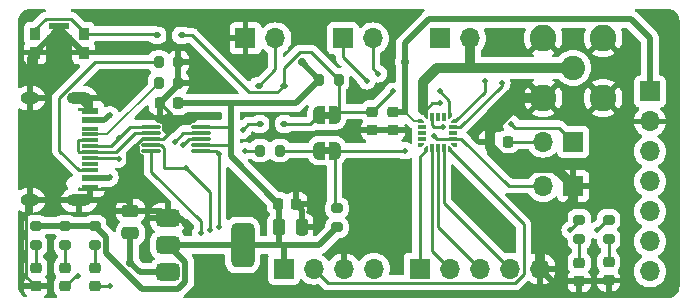
<source format=gbr>
%TF.GenerationSoftware,KiCad,Pcbnew,8.0.6*%
%TF.CreationDate,2025-02-28T22:10:36+01:00*%
%TF.ProjectId,stm8s-target-v1,73746d38-732d-4746-9172-6765742d7631,rev?*%
%TF.SameCoordinates,PX3d09000PY6590fa0*%
%TF.FileFunction,Copper,L1,Top*%
%TF.FilePolarity,Positive*%
%FSLAX46Y46*%
G04 Gerber Fmt 4.6, Leading zero omitted, Abs format (unit mm)*
G04 Created by KiCad (PCBNEW 8.0.6) date 2025-02-28 22:10:36*
%MOMM*%
%LPD*%
G01*
G04 APERTURE LIST*
G04 Aperture macros list*
%AMRoundRect*
0 Rectangle with rounded corners*
0 $1 Rounding radius*
0 $2 $3 $4 $5 $6 $7 $8 $9 X,Y pos of 4 corners*
0 Add a 4 corners polygon primitive as box body*
4,1,4,$2,$3,$4,$5,$6,$7,$8,$9,$2,$3,0*
0 Add four circle primitives for the rounded corners*
1,1,$1+$1,$2,$3*
1,1,$1+$1,$4,$5*
1,1,$1+$1,$6,$7*
1,1,$1+$1,$8,$9*
0 Add four rect primitives between the rounded corners*
20,1,$1+$1,$2,$3,$4,$5,0*
20,1,$1+$1,$4,$5,$6,$7,0*
20,1,$1+$1,$6,$7,$8,$9,0*
20,1,$1+$1,$8,$9,$2,$3,0*%
%AMFreePoly0*
4,1,6,0.325000,0.000000,0.325000,-0.150000,-0.175000,-0.150000,-0.175000,0.150000,0.175000,0.150000,0.325000,0.000000,0.325000,0.000000,$1*%
%AMFreePoly1*
4,1,6,0.325000,0.000000,0.175000,-0.150000,-0.175000,-0.150000,-0.175000,0.150000,0.325000,0.150000,0.325000,0.000000,0.325000,0.000000,$1*%
%AMFreePoly2*
4,1,6,0.150000,-0.175000,-0.150000,-0.175000,-0.150000,0.175000,0.000000,0.325000,0.150000,0.325000,0.150000,-0.175000,0.150000,-0.175000,$1*%
%AMFreePoly3*
4,1,6,0.150000,0.175000,0.150000,-0.175000,-0.150000,-0.175000,-0.150000,0.325000,0.000000,0.325000,0.150000,0.175000,0.150000,0.175000,$1*%
%AMFreePoly4*
4,1,6,0.175000,-0.150000,-0.175000,-0.150000,-0.325000,0.000000,-0.325000,0.150000,0.175000,0.150000,0.175000,-0.150000,0.175000,-0.150000,$1*%
%AMFreePoly5*
4,1,7,0.175000,-0.150000,-0.175000,-0.150000,-0.325000,-0.150000,-0.325000,0.000000,-0.175000,0.150000,0.175000,0.150000,0.175000,-0.150000,0.175000,-0.150000,$1*%
%AMFreePoly6*
4,1,6,0.150000,-0.175000,0.000000,-0.325000,-0.150000,-0.325000,-0.150000,0.175000,0.150000,0.175000,0.150000,-0.175000,0.150000,-0.175000,$1*%
%AMFreePoly7*
4,1,6,0.150000,-0.325000,0.000000,-0.325000,-0.150000,-0.175000,-0.150000,0.175000,0.150000,0.175000,0.150000,-0.325000,0.150000,-0.325000,$1*%
%AMFreePoly8*
4,1,19,0.500000,-0.750000,0.000000,-0.750000,0.000000,-0.744911,-0.071157,-0.744911,-0.207708,-0.704816,-0.327430,-0.627875,-0.420627,-0.520320,-0.479746,-0.390866,-0.500000,-0.250000,-0.500000,0.250000,-0.479746,0.390866,-0.420627,0.520320,-0.327430,0.627875,-0.207708,0.704816,-0.071157,0.744911,0.000000,0.744911,0.000000,0.750000,0.500000,0.750000,0.500000,-0.750000,0.500000,-0.750000,
$1*%
%AMFreePoly9*
4,1,19,0.000000,0.744911,0.071157,0.744911,0.207708,0.704816,0.327430,0.627875,0.420627,0.520320,0.479746,0.390866,0.500000,0.250000,0.500000,-0.250000,0.479746,-0.390866,0.420627,-0.520320,0.327430,-0.627875,0.207708,-0.704816,0.071157,-0.744911,0.000000,-0.744911,0.000000,-0.750000,-0.500000,-0.750000,-0.500000,0.750000,0.000000,0.750000,0.000000,0.744911,0.000000,0.744911,
$1*%
G04 Aperture macros list end*
%TA.AperFunction,EtchedComponent*%
%ADD10C,0.000000*%
%TD*%
%TA.AperFunction,SMDPad,CuDef*%
%ADD11RoundRect,0.112500X-0.187500X-0.112500X0.187500X-0.112500X0.187500X0.112500X-0.187500X0.112500X0*%
%TD*%
%TA.AperFunction,SMDPad,CuDef*%
%ADD12RoundRect,0.225000X-0.225000X-0.250000X0.225000X-0.250000X0.225000X0.250000X-0.225000X0.250000X0*%
%TD*%
%TA.AperFunction,SMDPad,CuDef*%
%ADD13RoundRect,0.200000X0.275000X-0.200000X0.275000X0.200000X-0.275000X0.200000X-0.275000X-0.200000X0*%
%TD*%
%TA.AperFunction,SMDPad,CuDef*%
%ADD14RoundRect,0.250000X0.475000X-0.250000X0.475000X0.250000X-0.475000X0.250000X-0.475000X-0.250000X0*%
%TD*%
%TA.AperFunction,SMDPad,CuDef*%
%ADD15RoundRect,0.200000X-0.200000X-0.275000X0.200000X-0.275000X0.200000X0.275000X-0.200000X0.275000X0*%
%TD*%
%TA.AperFunction,SMDPad,CuDef*%
%ADD16RoundRect,0.200000X-0.275000X0.200000X-0.275000X-0.200000X0.275000X-0.200000X0.275000X0.200000X0*%
%TD*%
%TA.AperFunction,ComponentPad*%
%ADD17R,1.700000X1.700000*%
%TD*%
%TA.AperFunction,ComponentPad*%
%ADD18O,1.700000X1.700000*%
%TD*%
%TA.AperFunction,SMDPad,CuDef*%
%ADD19RoundRect,0.218750X0.256250X-0.218750X0.256250X0.218750X-0.256250X0.218750X-0.256250X-0.218750X0*%
%TD*%
%TA.AperFunction,SMDPad,CuDef*%
%ADD20FreePoly0,270.000000*%
%TD*%
%TA.AperFunction,SMDPad,CuDef*%
%ADD21R,0.300000X0.700000*%
%TD*%
%TA.AperFunction,SMDPad,CuDef*%
%ADD22FreePoly1,270.000000*%
%TD*%
%TA.AperFunction,SMDPad,CuDef*%
%ADD23FreePoly2,270.000000*%
%TD*%
%TA.AperFunction,SMDPad,CuDef*%
%ADD24R,0.700000X0.300000*%
%TD*%
%TA.AperFunction,SMDPad,CuDef*%
%ADD25FreePoly3,270.000000*%
%TD*%
%TA.AperFunction,SMDPad,CuDef*%
%ADD26FreePoly4,270.000000*%
%TD*%
%TA.AperFunction,SMDPad,CuDef*%
%ADD27FreePoly5,270.000000*%
%TD*%
%TA.AperFunction,SMDPad,CuDef*%
%ADD28FreePoly6,270.000000*%
%TD*%
%TA.AperFunction,SMDPad,CuDef*%
%ADD29FreePoly7,270.000000*%
%TD*%
%TA.AperFunction,SMDPad,CuDef*%
%ADD30R,1.450000X0.600000*%
%TD*%
%TA.AperFunction,SMDPad,CuDef*%
%ADD31R,1.450000X0.300000*%
%TD*%
%TA.AperFunction,ComponentPad*%
%ADD32O,2.100000X1.000000*%
%TD*%
%TA.AperFunction,ComponentPad*%
%ADD33O,1.600000X1.000000*%
%TD*%
%TA.AperFunction,SMDPad,CuDef*%
%ADD34RoundRect,0.250000X-0.250000X-0.475000X0.250000X-0.475000X0.250000X0.475000X-0.250000X0.475000X0*%
%TD*%
%TA.AperFunction,SMDPad,CuDef*%
%ADD35FreePoly8,0.000000*%
%TD*%
%TA.AperFunction,SMDPad,CuDef*%
%ADD36FreePoly9,0.000000*%
%TD*%
%TA.AperFunction,SMDPad,CuDef*%
%ADD37R,0.900000X1.000000*%
%TD*%
%TA.AperFunction,SMDPad,CuDef*%
%ADD38R,1.700000X0.550000*%
%TD*%
%TA.AperFunction,SMDPad,CuDef*%
%ADD39RoundRect,0.225000X0.250000X-0.225000X0.250000X0.225000X-0.250000X0.225000X-0.250000X-0.225000X0*%
%TD*%
%TA.AperFunction,ComponentPad*%
%ADD40C,2.050000*%
%TD*%
%TA.AperFunction,ComponentPad*%
%ADD41C,2.250000*%
%TD*%
%TA.AperFunction,SMDPad,CuDef*%
%ADD42RoundRect,0.087500X-0.725000X-0.087500X0.725000X-0.087500X0.725000X0.087500X-0.725000X0.087500X0*%
%TD*%
%TA.AperFunction,SMDPad,CuDef*%
%ADD43RoundRect,0.225000X0.225000X0.250000X-0.225000X0.250000X-0.225000X-0.250000X0.225000X-0.250000X0*%
%TD*%
%TA.AperFunction,SMDPad,CuDef*%
%ADD44RoundRect,0.200000X0.200000X0.275000X-0.200000X0.275000X-0.200000X-0.275000X0.200000X-0.275000X0*%
%TD*%
%TA.AperFunction,SMDPad,CuDef*%
%ADD45RoundRect,0.375000X-0.625000X-0.375000X0.625000X-0.375000X0.625000X0.375000X-0.625000X0.375000X0*%
%TD*%
%TA.AperFunction,SMDPad,CuDef*%
%ADD46RoundRect,0.500000X-0.500000X-1.400000X0.500000X-1.400000X0.500000X1.400000X-0.500000X1.400000X0*%
%TD*%
%TA.AperFunction,ViaPad*%
%ADD47C,0.500000*%
%TD*%
%TA.AperFunction,ViaPad*%
%ADD48C,0.700000*%
%TD*%
%TA.AperFunction,Conductor*%
%ADD49C,0.254000*%
%TD*%
%TA.AperFunction,Conductor*%
%ADD50C,0.200000*%
%TD*%
%TA.AperFunction,Conductor*%
%ADD51C,0.508000*%
%TD*%
%TA.AperFunction,Conductor*%
%ADD52C,0.818000*%
%TD*%
G04 APERTURE END LIST*
D10*
%TA.AperFunction,EtchedComponent*%
%TO.C,JP1*%
G36*
X26900000Y15700000D02*
G01*
X26400000Y15700000D01*
X26400000Y16300000D01*
X26900000Y16300000D01*
X26900000Y15700000D01*
G37*
%TD.AperFunction*%
%TA.AperFunction,EtchedComponent*%
%TO.C,JP2*%
G36*
X26900000Y12700000D02*
G01*
X26400000Y12700000D01*
X26400000Y13300000D01*
X26900000Y13300000D01*
X26900000Y12700000D01*
G37*
%TD.AperFunction*%
%TD*%
D11*
%TO.P,D8,1,K*%
%TO.N,Net-(D8-K)*%
X20900000Y18500000D03*
%TO.P,D8,2,A*%
%TO.N,/_RESET*%
X23000000Y18500000D03*
%TD*%
%TO.P,D7,1,K*%
%TO.N,/_DTR*%
X20950000Y15250000D03*
%TO.P,D7,2,A*%
%TO.N,Net-(D7-A)*%
X23050000Y15250000D03*
%TD*%
D12*
%TO.P,C6,1*%
%TO.N,GND*%
X40450000Y13750000D03*
%TO.P,C6,2*%
%TO.N,Net-(J2-Pin_2)*%
X42000000Y13750000D03*
%TD*%
D13*
%TO.P,R9,1*%
%TO.N,+3V3*%
X27500000Y6500000D03*
%TO.P,R9,2*%
%TO.N,/_ISP*%
X27500000Y8150000D03*
%TD*%
D14*
%TO.P,C1,1*%
%TO.N,+5V*%
X10000000Y6000000D03*
%TO.P,C1,2*%
%TO.N,GND*%
X10000000Y7900000D03*
%TD*%
D15*
%TO.P,R1,1*%
%TO.N,Net-(J7-CC1)*%
X12425000Y18750000D03*
%TO.P,R1,2*%
%TO.N,GND*%
X14075000Y18750000D03*
%TD*%
%TO.P,R8,1*%
%TO.N,+3V3*%
X26000000Y19000000D03*
%TO.P,R8,2*%
%TO.N,/_RESET*%
X27650000Y19000000D03*
%TD*%
D16*
%TO.P,R6,1*%
%TO.N,/GPIO1*%
X48000000Y7150000D03*
%TO.P,R6,2*%
%TO.N,Net-(D2-A)*%
X48000000Y5500000D03*
%TD*%
D17*
%TO.P,J5,1,Pin_1*%
%TO.N,+3V3*%
X23000000Y3000000D03*
D18*
%TO.P,J5,2,Pin_2*%
%TO.N,/SWIM*%
X25540000Y3000000D03*
%TO.P,J5,3,Pin_3*%
%TO.N,GND*%
X28080000Y3000000D03*
%TO.P,J5,4,Pin_4*%
%TO.N,/_RESET*%
X30620000Y3000000D03*
%TD*%
D19*
%TO.P,D1,1,K*%
%TO.N,GND*%
X2000000Y1500000D03*
%TO.P,D1,2,A*%
%TO.N,Net-(D1-A)*%
X2000000Y3075000D03*
%TD*%
%TO.P,D4,1,K*%
%TO.N,/TX*%
X7000000Y1500000D03*
%TO.P,D4,2,A*%
%TO.N,Net-(D4-A)*%
X7000000Y3075000D03*
%TD*%
D18*
%TO.P,J3,2,Pin_2*%
%TO.N,/RX*%
X30540000Y22500000D03*
D17*
%TO.P,J3,1,Pin_1*%
%TO.N,/TX*%
X28000000Y22500000D03*
%TD*%
D16*
%TO.P,R4,1*%
%TO.N,+3V3*%
X4500000Y6650000D03*
%TO.P,R4,2*%
%TO.N,Net-(D5-A)*%
X4500000Y5000000D03*
%TD*%
D20*
%TO.P,U3,1,NRST*%
%TO.N,/_RESET*%
X37037500Y15975000D03*
D21*
%TO.P,U3,2,PA1*%
%TO.N,unconnected-(U3-PA1-Pad2)*%
X36537500Y15800000D03*
%TO.P,U3,3,PA2*%
%TO.N,unconnected-(U3-PA2-Pad3)*%
X36037500Y15800000D03*
%TO.P,U3,4,VSS*%
%TO.N,GND*%
X35537500Y15800000D03*
D22*
%TO.P,U3,5,VCAP*%
%TO.N,Net-(J2-Pin_1)*%
X35037500Y15975000D03*
D23*
%TO.P,U3,6,VDD*%
%TO.N,+3V3*%
X34562500Y15500000D03*
D24*
%TO.P,U3,7,PA3*%
%TO.N,unconnected-(U3-PA3-Pad7)*%
X34737500Y15000000D03*
%TO.P,U3,8,PB5*%
%TO.N,unconnected-(U3-PB5-Pad8)*%
X34737500Y14500000D03*
%TO.P,U3,9,PB4*%
%TO.N,unconnected-(U3-PB4-Pad9)*%
X34737500Y14000000D03*
D25*
%TO.P,U3,10,PC3*%
%TO.N,unconnected-(U3-PC3-Pad10)*%
X34562500Y13500000D03*
D26*
%TO.P,U3,11,PC4*%
%TO.N,/GPIO1*%
X35037500Y13025000D03*
D21*
%TO.P,U3,12,PC5*%
%TO.N,/GPIO2*%
X35537500Y13200000D03*
%TO.P,U3,13,PC6*%
%TO.N,/GPIO3*%
X36037500Y13200000D03*
%TO.P,U3,14,PC7*%
%TO.N,/GPIO4*%
X36537500Y13200000D03*
D27*
%TO.P,U3,15,PD1*%
%TO.N,/SWIM*%
X37037500Y13025000D03*
D28*
%TO.P,U3,16,PD2*%
%TO.N,unconnected-(U3-PD2-Pad16)*%
X37512500Y13500000D03*
D24*
%TO.P,U3,17,PD3*%
%TO.N,/_ISP*%
X37337500Y14000000D03*
%TO.P,U3,18,PD4*%
%TO.N,unconnected-(U3-PD4-Pad18)*%
X37337500Y14500000D03*
%TO.P,U3,19,PD5*%
%TO.N,/RX*%
X37337500Y15000000D03*
D29*
%TO.P,U3,20,PD6*%
%TO.N,/TX*%
X37512500Y15500000D03*
%TD*%
D19*
%TO.P,D5,1,K*%
%TO.N,/RX*%
X4500000Y1500000D03*
%TO.P,D5,2,A*%
%TO.N,Net-(D5-A)*%
X4500000Y3075000D03*
%TD*%
D17*
%TO.P,J9,1,Pin_1*%
%TO.N,GND*%
X36250000Y22500000D03*
D18*
%TO.P,J9,2,Pin_2*%
%TO.N,Net-(J2-Pin_1)*%
X38790000Y22500000D03*
%TD*%
D16*
%TO.P,R3,1*%
%TO.N,+3V3*%
X7000000Y6650000D03*
%TO.P,R3,2*%
%TO.N,Net-(D4-A)*%
X7000000Y5000000D03*
%TD*%
D17*
%TO.P,J1,1,Pin_1*%
%TO.N,GND*%
X47500000Y10000000D03*
D18*
%TO.P,J1,2,Pin_2*%
%TO.N,/_ISP*%
X44960000Y10000000D03*
%TD*%
D30*
%TO.P,J7,A1,GND*%
%TO.N,GND*%
X6595000Y16360000D03*
%TO.P,J7,A4,VBUS*%
%TO.N,+5V*%
X6595000Y15560000D03*
D31*
%TO.P,J7,A5,CC1*%
%TO.N,Net-(J7-CC1)*%
X6595000Y14360000D03*
%TO.P,J7,A6,D+*%
%TO.N,/Dp*%
X6595000Y13360000D03*
%TO.P,J7,A7,D-*%
%TO.N,/Dm*%
X6595000Y12860000D03*
%TO.P,J7,A8,SBU1*%
%TO.N,unconnected-(J7-SBU1-PadA8)*%
X6595000Y11860000D03*
D30*
%TO.P,J7,A9,VBUS*%
%TO.N,+5V*%
X6595000Y10660000D03*
%TO.P,J7,A12,GND*%
%TO.N,GND*%
X6595000Y9860000D03*
%TO.P,J7,B1,GND*%
X6595000Y9860000D03*
%TO.P,J7,B4,VBUS*%
%TO.N,+5V*%
X6595000Y10660000D03*
D31*
%TO.P,J7,B5,CC2*%
%TO.N,Net-(J7-CC2)*%
X6595000Y11360000D03*
%TO.P,J7,B6,D+*%
%TO.N,/Dp*%
X6595000Y12360000D03*
%TO.P,J7,B7,D-*%
%TO.N,/Dm*%
X6595000Y13860000D03*
%TO.P,J7,B8,SBU2*%
%TO.N,unconnected-(J7-SBU2-PadB8)*%
X6595000Y14860000D03*
D30*
%TO.P,J7,B9,VBUS*%
%TO.N,+5V*%
X6595000Y15560000D03*
%TO.P,J7,B12,GND*%
%TO.N,GND*%
X6595000Y16360000D03*
D32*
%TO.P,J7,S1,SHIELD*%
X5680000Y17430000D03*
D33*
X1500000Y17430000D03*
D32*
X5680000Y8790000D03*
D33*
X1500000Y8790000D03*
%TD*%
D34*
%TO.P,C2,1*%
%TO.N,+3V3*%
X22600000Y6500000D03*
%TO.P,C2,2*%
%TO.N,GND*%
X24500000Y6500000D03*
%TD*%
D17*
%TO.P,J4,1,Pin_1*%
%TO.N,+3V3*%
X54000000Y18000000D03*
D18*
%TO.P,J4,2,Pin_2*%
%TO.N,GND*%
X54000000Y15460000D03*
%TO.P,J4,3,Pin_3*%
%TO.N,/TX*%
X54000000Y12920000D03*
%TO.P,J4,4,Pin_4*%
%TO.N,/RX*%
X54000000Y10380000D03*
%TO.P,J4,5,Pin_5*%
%TO.N,/_RTS*%
X54000000Y7840000D03*
%TO.P,J4,6,Pin_6*%
%TO.N,/_DTR*%
X54000000Y5300000D03*
%TO.P,J4,7,Pin_7*%
%TO.N,/_CTS*%
X54000000Y2760000D03*
%TD*%
D35*
%TO.P,JP1,1,A*%
%TO.N,Net-(D7-A)*%
X26000000Y16000000D03*
D36*
%TO.P,JP1,2,B*%
%TO.N,/_RESET*%
X27300000Y16000000D03*
%TD*%
D37*
%TO.P,S1,1*%
%TO.N,Net-(D6-K)*%
X1950000Y22900000D03*
%TO.P,S1,2*%
%TO.N,GND*%
X1950000Y21300000D03*
%TO.P,S1,3*%
X6050000Y21300000D03*
%TO.P,S1,4*%
%TO.N,Net-(D6-K)*%
X6050000Y22900000D03*
D38*
%TO.P,S1,5*%
%TO.N,GND*%
X4000000Y23525000D03*
%TD*%
D39*
%TO.P,C5,2*%
%TO.N,+3V3*%
X32250000Y16275000D03*
%TO.P,C5,1*%
%TO.N,GND*%
X32250000Y14725000D03*
%TD*%
D17*
%TO.P,J2,1,Pin_1*%
%TO.N,Net-(J2-Pin_1)*%
X47500000Y13750000D03*
D18*
%TO.P,J2,2,Pin_2*%
%TO.N,Net-(J2-Pin_2)*%
X44960000Y13750000D03*
%TD*%
D40*
%TO.P,J8,1,In*%
%TO.N,Net-(J2-Pin_1)*%
X47500000Y20000000D03*
D41*
%TO.P,J8,2,Ext*%
%TO.N,GND*%
X44960000Y22540000D03*
X44960000Y17460000D03*
X50040000Y22540000D03*
X50040000Y17460000D03*
%TD*%
D15*
%TO.P,R2,1*%
%TO.N,Net-(J7-CC2)*%
X12425000Y20500000D03*
%TO.P,R2,2*%
%TO.N,GND*%
X14075000Y20500000D03*
%TD*%
D19*
%TO.P,D3,1,K*%
%TO.N,GND*%
X50500000Y2000000D03*
%TO.P,D3,2,A*%
%TO.N,Net-(D3-A)*%
X50500000Y3575000D03*
%TD*%
D16*
%TO.P,R7,1*%
%TO.N,/GPIO2*%
X50500000Y7150000D03*
%TO.P,R7,2*%
%TO.N,Net-(D3-A)*%
X50500000Y5500000D03*
%TD*%
D12*
%TO.P,C4,1*%
%TO.N,GND*%
X12500000Y17000000D03*
%TO.P,C4,2*%
%TO.N,+3V3*%
X14050000Y17000000D03*
%TD*%
D35*
%TO.P,JP2,1,A*%
%TO.N,Net-(JP2-A)*%
X26000000Y13000000D03*
D36*
%TO.P,JP2,2,B*%
%TO.N,/_ISP*%
X27300000Y13000000D03*
%TD*%
D19*
%TO.P,D2,1,K*%
%TO.N,GND*%
X48000000Y1925000D03*
%TO.P,D2,2,A*%
%TO.N,Net-(D2-A)*%
X48000000Y3500000D03*
%TD*%
D42*
%TO.P,U2,1,UD+*%
%TO.N,/Dp*%
X11775000Y15000000D03*
%TO.P,U2,2,UD-*%
%TO.N,/Dm*%
X11775000Y14500000D03*
%TO.P,U2,3,GND*%
%TO.N,GND*%
X11775000Y14000000D03*
%TO.P,U2,4,~{RTS}*%
%TO.N,/_RTS*%
X11775000Y13500000D03*
%TO.P,U2,5,~{CTS}*%
%TO.N,/_CTS*%
X11775000Y13000000D03*
%TO.P,U2,6,TNOW/~{DTR}*%
%TO.N,/_DTR*%
X16000000Y13000000D03*
%TO.P,U2,7,VCC*%
%TO.N,+3V3*%
X16000000Y13500000D03*
%TO.P,U2,8,TXD*%
%TO.N,/TX*%
X16000000Y14000000D03*
%TO.P,U2,9,RXD*%
%TO.N,/RX*%
X16000000Y14500000D03*
%TO.P,U2,10,V3*%
%TO.N,+3V3*%
X16000000Y15000000D03*
%TD*%
D43*
%TO.P,C3,1*%
%TO.N,GND*%
X24050000Y8500000D03*
%TO.P,C3,2*%
%TO.N,+3V3*%
X22500000Y8500000D03*
%TD*%
D16*
%TO.P,R5,1*%
%TO.N,+3V3*%
X2000000Y6650000D03*
%TO.P,R5,2*%
%TO.N,Net-(D1-A)*%
X2000000Y5000000D03*
%TD*%
D17*
%TO.P,J6,1,Pin_1*%
%TO.N,/GPIO1*%
X34500000Y3000000D03*
D18*
%TO.P,J6,2,Pin_2*%
%TO.N,/GPIO2*%
X37040000Y3000000D03*
%TO.P,J6,3,Pin_3*%
%TO.N,/GPIO3*%
X39580000Y3000000D03*
%TO.P,J6,4,Pin_4*%
%TO.N,/GPIO4*%
X42120000Y3000000D03*
%TO.P,J6,5,Pin_5*%
%TO.N,GND*%
X44660000Y3000000D03*
%TD*%
D44*
%TO.P,R12,1*%
%TO.N,Net-(JP2-A)*%
X22650000Y13000000D03*
%TO.P,R12,2*%
%TO.N,/_RTS*%
X21000000Y13000000D03*
%TD*%
D45*
%TO.P,U1,1,GND*%
%TO.N,GND*%
X13200000Y7300000D03*
%TO.P,U1,2,VO*%
%TO.N,+3V3*%
X13200000Y5000000D03*
D46*
X19500000Y5000000D03*
D45*
%TO.P,U1,3,VI*%
%TO.N,+5V*%
X13200000Y2700000D03*
%TD*%
D11*
%TO.P,D6,1,K*%
%TO.N,Net-(D6-K)*%
X12250000Y22750000D03*
%TO.P,D6,2,A*%
%TO.N,/_RESET*%
X14350000Y22750000D03*
%TD*%
D17*
%TO.P,J10,1,Pin_1*%
%TO.N,GND*%
X19750000Y22500000D03*
D18*
%TO.P,J10,2,Pin_2*%
%TO.N,Net-(D8-K)*%
X22290000Y22500000D03*
%TD*%
D39*
%TO.P,C7,1*%
%TO.N,GND*%
X30500000Y14750000D03*
%TO.P,C7,2*%
%TO.N,/_RESET*%
X30500000Y16300000D03*
%TD*%
D47*
%TO.N,GND*%
X19250000Y9250000D03*
X39750000Y8250000D03*
X33500000Y14500000D03*
%TO.N,/RX*%
X31000000Y19500000D03*
%TO.N,/TX*%
X30000000Y18923000D03*
D48*
%TO.N,+3V3*%
X33250000Y20500000D03*
%TO.N,GND*%
X15250000Y20500000D03*
D47*
%TO.N,/_DTR*%
X19500000Y14750000D03*
D48*
%TO.N,GND*%
X14750000Y6750000D03*
D47*
X36500000Y15000000D03*
D48*
X24000000Y9750000D03*
D47*
%TO.N,+5V*%
X8250000Y16000000D03*
D48*
X10000000Y3500000D03*
D47*
X8250000Y10750000D03*
D48*
%TO.N,+3V3*%
X24500000Y20500000D03*
D47*
%TO.N,/TX*%
X14500000Y13500000D03*
X8250000Y1500000D03*
X40000000Y18923000D03*
%TO.N,/RX*%
X13750000Y13750000D03*
X5600000Y2400000D03*
X41437500Y18687500D03*
%TO.N,/_DTR*%
X17500000Y6500000D03*
X17500000Y12750000D03*
%TO.N,/_RTS*%
X14750000Y11500000D03*
X19750000Y13000000D03*
X16750000Y6250000D03*
%TO.N,/_CTS*%
X16000000Y6000000D03*
%TO.N,/_ISP*%
X33250000Y13000000D03*
X35750000Y14250000D03*
%TO.N,/_RESET*%
X36250000Y18000000D03*
X32250000Y18000000D03*
%TO.N,/Dp*%
X9050000Y14050000D03*
X9000000Y12300000D03*
%TO.N,Net-(J2-Pin_1)*%
X36250000Y17000000D03*
X42250000Y15250000D03*
%TO.N,/GPIO1*%
X47250000Y6250000D03*
%TO.N,/GPIO2*%
X49500000Y6250000D03*
%TD*%
D49*
%TO.N,/_RESET*%
X32250000Y18000000D02*
X32200000Y18000000D01*
X32200000Y18000000D02*
X30500000Y16300000D01*
%TO.N,GND*%
X33275000Y14725000D02*
X33500000Y14500000D01*
X32250000Y14725000D02*
X33275000Y14725000D01*
%TO.N,/RX*%
X30540000Y22500000D02*
X30540000Y19960000D01*
X30540000Y19960000D02*
X31000000Y19500000D01*
%TO.N,/TX*%
X28000000Y22500000D02*
X28000000Y20923000D01*
X28000000Y20923000D02*
X30000000Y18923000D01*
D50*
%TO.N,+3V3*%
X34000000Y15500000D02*
X33225000Y16275000D01*
D51*
X33225000Y16275000D02*
X32250000Y16275000D01*
X54000000Y18000000D02*
X54000000Y22500000D01*
X35261000Y24119000D02*
X33225000Y22083000D01*
X33225000Y22083000D02*
X33225000Y16275000D01*
X54000000Y22500000D02*
X52381000Y24119000D01*
X52381000Y24119000D02*
X35261000Y24119000D01*
D49*
%TO.N,/_RESET*%
X30500000Y16300000D02*
X27600000Y16300000D01*
X27600000Y16300000D02*
X27300000Y16000000D01*
%TO.N,GND*%
X30500000Y14750000D02*
X32225000Y14750000D01*
X32225000Y14750000D02*
X32250000Y14725000D01*
D52*
%TO.N,Net-(J2-Pin_1)*%
X38750000Y20000000D02*
X36000000Y20000000D01*
X38750000Y20000000D02*
X38790000Y20040000D01*
X38790000Y20040000D02*
X38790000Y22500000D01*
X47500000Y20000000D02*
X38750000Y20000000D01*
D49*
%TO.N,/_RESET*%
X27650000Y19000000D02*
X25825000Y20825000D01*
X23000000Y18500000D02*
X23000000Y19957423D01*
X23000000Y19957423D02*
X24367577Y21325000D01*
X24367577Y21325000D02*
X25325000Y21325000D01*
X25325000Y21325000D02*
X25825000Y20825000D01*
X23000000Y18500000D02*
X22448000Y17948000D01*
X15250000Y22750000D02*
X14350000Y22750000D01*
X22448000Y17948000D02*
X20052000Y17948000D01*
X20052000Y17948000D02*
X15250000Y22750000D01*
%TO.N,Net-(D8-K)*%
X22290000Y22500000D02*
X22290000Y19890000D01*
X22290000Y19890000D02*
X20900000Y18500000D01*
D51*
%TO.N,GND*%
X14075000Y20500000D02*
X15250000Y20500000D01*
D49*
%TO.N,Net-(J2-Pin_1)*%
X35037500Y15975000D02*
X35037500Y16195000D01*
X35037500Y16195000D02*
X34778500Y16454000D01*
%TO.N,Net-(D7-A)*%
X23050000Y15250000D02*
X25250000Y15250000D01*
X25250000Y15250000D02*
X26000000Y16000000D01*
%TO.N,/_DTR*%
X19500000Y14750000D02*
X20000000Y15250000D01*
X20000000Y15250000D02*
X20950000Y15250000D01*
%TO.N,Net-(D6-K)*%
X6050000Y22900000D02*
X12100000Y22900000D01*
X12100000Y22900000D02*
X12250000Y22750000D01*
D50*
%TO.N,+3V3*%
X34562500Y15500000D02*
X34000000Y15500000D01*
D52*
%TO.N,Net-(J2-Pin_1)*%
X36000000Y20000000D02*
X34778500Y18778500D01*
X34778500Y18778500D02*
X34778500Y16454000D01*
D51*
%TO.N,GND*%
X12600000Y7900000D02*
X13200000Y7300000D01*
X14200000Y7300000D02*
X14750000Y6750000D01*
X14075000Y18750000D02*
X14075000Y18575000D01*
D52*
X40450000Y14664810D02*
X40450000Y13750000D01*
D51*
X48000000Y1925000D02*
X50425000Y1925000D01*
X4000000Y23350000D02*
X6050000Y21300000D01*
X5680000Y8790000D02*
X9710000Y8790000D01*
D52*
X40450000Y13275000D02*
X42225000Y11500000D01*
D51*
X4000000Y23525000D02*
X4000000Y23350000D01*
D49*
X13500000Y14770449D02*
X13500000Y16000000D01*
D51*
X14075000Y18575000D02*
X12500000Y17000000D01*
X24000000Y9750000D02*
X24050000Y9700000D01*
X1500000Y20850000D02*
X1950000Y21300000D01*
X9710000Y8790000D02*
X10000000Y8500000D01*
X48000000Y1925000D02*
X45735000Y1925000D01*
X1500000Y17430000D02*
X1500000Y20850000D01*
D52*
X47500000Y10000000D02*
X47500000Y8750000D01*
D51*
X24050000Y8450000D02*
X24500000Y8000000D01*
X50425000Y1925000D02*
X50500000Y2000000D01*
D49*
X1198000Y2302000D02*
X1198000Y8488000D01*
D51*
X24050000Y8500000D02*
X24050000Y9700000D01*
D52*
X47500000Y8750000D02*
X44660000Y5910000D01*
D49*
X11775000Y14000000D02*
X12729551Y14000000D01*
D51*
X6595000Y9095000D02*
X6595000Y9860000D01*
D49*
X2000000Y1500000D02*
X1198000Y2302000D01*
D51*
X6595000Y16360000D02*
X6595000Y16515000D01*
D49*
X12729551Y14000000D02*
X13500000Y14770449D01*
X1198000Y8488000D02*
X1500000Y8790000D01*
D52*
X43245190Y17460000D02*
X40450000Y14664810D01*
D51*
X44660000Y3000000D02*
X44750000Y3000000D01*
D52*
X40450000Y13750000D02*
X40450000Y13275000D01*
D51*
X10000000Y7900000D02*
X12600000Y7900000D01*
D49*
X35537500Y15800000D02*
X35537500Y15146000D01*
D51*
X6595000Y9095000D02*
X5985000Y9095000D01*
D49*
X10962501Y14000000D02*
X9710000Y12747499D01*
D51*
X6595000Y16515000D02*
X5680000Y17430000D01*
X1950000Y21300000D02*
X4000000Y23350000D01*
D52*
X46000000Y11500000D02*
X47500000Y10000000D01*
D49*
X13500000Y16000000D02*
X12500000Y17000000D01*
X9710000Y12747499D02*
X9710000Y8790000D01*
D52*
X44660000Y5910000D02*
X44660000Y3000000D01*
D51*
X24050000Y8500000D02*
X24050000Y8450000D01*
X14075000Y20500000D02*
X14075000Y18750000D01*
D49*
X11775000Y14000000D02*
X10962501Y14000000D01*
D51*
X5985000Y9095000D02*
X5680000Y8790000D01*
D52*
X42225000Y11500000D02*
X46000000Y11500000D01*
D49*
X35683500Y15000000D02*
X36500000Y15000000D01*
D51*
X10000000Y7900000D02*
X10000000Y8500000D01*
D49*
X35537500Y15146000D02*
X35683500Y15000000D01*
D51*
X45735000Y1925000D02*
X44660000Y3000000D01*
D52*
X44960000Y17460000D02*
X43245190Y17460000D01*
D51*
X13200000Y7300000D02*
X14200000Y7300000D01*
X24500000Y8000000D02*
X24500000Y6500000D01*
%TO.N,+5V*%
X6595000Y10660000D02*
X8160000Y10660000D01*
X6595000Y15560000D02*
X7810000Y15560000D01*
X7810000Y15560000D02*
X8250000Y16000000D01*
X8160000Y10660000D02*
X8250000Y10750000D01*
X10800000Y2700000D02*
X13200000Y2700000D01*
X10000000Y6000000D02*
X10000000Y3500000D01*
X10000000Y3500000D02*
X10800000Y2700000D01*
%TO.N,+3V3*%
X14654000Y1908000D02*
X13996000Y1250000D01*
X22500000Y5000000D02*
X19500000Y5000000D01*
X18500000Y15000000D02*
X18500000Y17000000D01*
D49*
X16000000Y15000000D02*
X18500000Y15000000D01*
D51*
X7929000Y5721000D02*
X7000000Y6650000D01*
X23000000Y5000000D02*
X22500000Y5000000D01*
X13200000Y5000000D02*
X19500000Y5000000D01*
X4500000Y6650000D02*
X2000000Y6650000D01*
X22600000Y6500000D02*
X22600000Y5100000D01*
X18500000Y17000000D02*
X24000000Y17000000D01*
X22600000Y8400000D02*
X22500000Y8500000D01*
X18500000Y13500000D02*
X18500000Y15000000D01*
X11000000Y1250000D02*
X7929000Y4321000D01*
X7000000Y6498736D02*
X7000000Y6650000D01*
X7929000Y4321000D02*
X7929000Y5721000D01*
X23000000Y5000000D02*
X23000000Y3000000D01*
X13200000Y5000000D02*
X14654000Y3546000D01*
X14050000Y17000000D02*
X18500000Y17000000D01*
X22600000Y5100000D02*
X22500000Y5000000D01*
X22500000Y8500000D02*
X18500000Y12500000D01*
X26000000Y19000000D02*
X24500000Y20500000D01*
X23500000Y5000000D02*
X23000000Y5000000D01*
X22600000Y6500000D02*
X22600000Y8400000D01*
X24000000Y17000000D02*
X26000000Y19000000D01*
X13996000Y1250000D02*
X11000000Y1250000D01*
D49*
X16000000Y13500000D02*
X18500000Y13500000D01*
D51*
X14654000Y3546000D02*
X14654000Y1908000D01*
X26000000Y5000000D02*
X23500000Y5000000D01*
X7000000Y6650000D02*
X4500000Y6650000D01*
X27500000Y6500000D02*
X26000000Y5000000D01*
X18500000Y12500000D02*
X18500000Y13500000D01*
D49*
%TO.N,Net-(D1-A)*%
X2000000Y5000000D02*
X2000000Y3075000D01*
%TO.N,Net-(J7-CC2)*%
X12425000Y20500000D02*
X7030445Y20500000D01*
X7030445Y20500000D02*
X4000000Y17469555D01*
X5640000Y11360000D02*
X6595000Y11360000D01*
X4000000Y13000000D02*
X5640000Y11360000D01*
X4000000Y17469555D02*
X4000000Y13000000D01*
D50*
%TO.N,Net-(J7-CC1)*%
X8035000Y14360000D02*
X12425000Y18750000D01*
X6595000Y14360000D02*
X8035000Y14360000D01*
D49*
%TO.N,Net-(D2-A)*%
X48000000Y5500000D02*
X48000000Y3500000D01*
%TO.N,Net-(D3-A)*%
X50500000Y5500000D02*
X50500000Y3575000D01*
%TO.N,Net-(D4-A)*%
X7000000Y5000000D02*
X7000000Y3075000D01*
%TO.N,/TX*%
X15000000Y14000000D02*
X14500000Y13500000D01*
X40000000Y17987500D02*
X40000000Y18923000D01*
X16000000Y14000000D02*
X15000000Y14000000D01*
X37512500Y15500000D02*
X40000000Y17987500D01*
X8250000Y1500000D02*
X7000000Y1500000D01*
%TO.N,Net-(D5-A)*%
X4500000Y5000000D02*
X4500000Y3075000D01*
%TO.N,/RX*%
X13750000Y13750000D02*
X14500000Y14500000D01*
X37337500Y15000000D02*
X37941500Y15000000D01*
X5600000Y2400000D02*
X5400000Y2400000D01*
X5400000Y2400000D02*
X4500000Y1500000D01*
X37941500Y15000000D02*
X41437500Y18496000D01*
X41437500Y18496000D02*
X41437500Y18687500D01*
X14500000Y14500000D02*
X16000000Y14500000D01*
%TO.N,/_DTR*%
X17500000Y12750000D02*
X17500000Y6500000D01*
X16000000Y13000000D02*
X17250000Y13000000D01*
X17250000Y13000000D02*
X17500000Y12750000D01*
%TO.N,/_RTS*%
X12572880Y13500000D02*
X11775000Y13500000D01*
X12841500Y13231380D02*
X12572880Y13500000D01*
X16750000Y6250000D02*
X16750000Y9500000D01*
X16750000Y9500000D02*
X14750000Y11500000D01*
X12841500Y11500000D02*
X12841500Y13231380D01*
X14750000Y11500000D02*
X12841500Y11500000D01*
X21000000Y13000000D02*
X19750000Y13000000D01*
%TO.N,Net-(JP2-A)*%
X22650000Y13000000D02*
X26000000Y13000000D01*
%TO.N,/_CTS*%
X11775000Y13000000D02*
X11775000Y11225000D01*
X16000000Y6000000D02*
X16000000Y7000000D01*
X16000000Y7000000D02*
X11775000Y11225000D01*
%TO.N,/_ISP*%
X44960000Y10000000D02*
X42037500Y10000000D01*
X36000000Y14000000D02*
X35750000Y14250000D01*
X38037500Y14000000D02*
X37337500Y14000000D01*
X27300000Y8350000D02*
X27500000Y8150000D01*
X42037500Y10000000D02*
X38037500Y14000000D01*
X27300000Y13000000D02*
X33250000Y13000000D01*
X37337500Y14000000D02*
X36500000Y14000000D01*
X36500000Y14000000D02*
X36000000Y14000000D01*
X27300000Y13000000D02*
X27300000Y8350000D01*
%TO.N,Net-(J2-Pin_2)*%
X42000000Y13750000D02*
X44960000Y13750000D01*
%TO.N,/_RESET*%
X27650000Y16350000D02*
X27300000Y16000000D01*
X27650000Y17750000D02*
X27650000Y16350000D01*
%TO.N,Net-(D6-K)*%
X6050000Y23077000D02*
X6050000Y22900000D01*
%TO.N,/_RESET*%
X27650000Y19000000D02*
X27650000Y17750000D01*
%TO.N,Net-(D6-K)*%
X5000000Y24127000D02*
X6050000Y23077000D01*
X1950000Y22900000D02*
X1950000Y23254000D01*
X1950000Y23254000D02*
X2823000Y24127000D01*
%TO.N,/_RESET*%
X37037500Y16212500D02*
X37014500Y16235500D01*
%TO.N,Net-(D6-K)*%
X2823000Y24127000D02*
X5000000Y24127000D01*
%TO.N,/_RESET*%
X37037500Y15975000D02*
X37037500Y16212500D01*
X37014500Y17235500D02*
X36250000Y18000000D01*
X37014500Y16235500D02*
X37014500Y17235500D01*
%TO.N,/Dm*%
X6595000Y12860000D02*
X5640000Y12860000D01*
X5566000Y13860000D02*
X6595000Y13860000D01*
X5543000Y13837000D02*
X5566000Y13860000D01*
X6595000Y12860000D02*
X8760000Y12860000D01*
X5640000Y12860000D02*
X5543000Y12957000D01*
X8760000Y12860000D02*
X10400000Y14500000D01*
X5543000Y12957000D02*
X5543000Y13837000D01*
X10400000Y14500000D02*
X11775000Y14500000D01*
%TO.N,/Dp*%
X6595000Y12360000D02*
X8940000Y12360000D01*
X8940000Y12360000D02*
X9000000Y12300000D01*
X8360000Y13360000D02*
X9050000Y14050000D01*
X6595000Y13360000D02*
X8360000Y13360000D01*
X9050000Y14050000D02*
X10000000Y15000000D01*
X10000000Y15000000D02*
X11775000Y15000000D01*
%TO.N,Net-(J2-Pin_1)*%
X42573000Y14927000D02*
X42250000Y15250000D01*
X35037500Y16454000D02*
X35037500Y15975000D01*
X47500000Y13750000D02*
X46323000Y14927000D01*
X36250000Y17000000D02*
X35583500Y17000000D01*
X46323000Y14927000D02*
X42573000Y14927000D01*
X35583500Y17000000D02*
X35037500Y16454000D01*
%TO.N,/SWIM*%
X43297000Y6765500D02*
X43297000Y2512470D01*
X26717000Y1823000D02*
X25540000Y3000000D01*
X42607530Y1823000D02*
X26717000Y1823000D01*
X43297000Y2512470D02*
X42607530Y1823000D01*
X37037500Y13025000D02*
X43297000Y6765500D01*
%TO.N,/GPIO1*%
X34500000Y12487500D02*
X34500000Y3000000D01*
X48000000Y7000000D02*
X47250000Y6250000D01*
X48000000Y7150000D02*
X48000000Y7000000D01*
X35037500Y13025000D02*
X34500000Y12487500D01*
X34412500Y3087500D02*
X34500000Y3000000D01*
%TO.N,/GPIO2*%
X35537500Y4502500D02*
X37040000Y3000000D01*
X35537500Y13200000D02*
X35537500Y4502500D01*
X50500000Y7150000D02*
X50400000Y7150000D01*
X50400000Y7150000D02*
X49500000Y6250000D01*
%TO.N,/GPIO4*%
X36537500Y8582500D02*
X42120000Y3000000D01*
X36537500Y13200000D02*
X36537500Y8582500D01*
%TO.N,/GPIO3*%
X36037500Y13200000D02*
X36037500Y6542500D01*
X36037500Y6542500D02*
X39580000Y3000000D01*
%TD*%
%TA.AperFunction,Conductor*%
%TO.N,GND*%
G36*
X1750000Y7790000D02*
G01*
X1777819Y7762181D01*
X1811304Y7700858D01*
X1806320Y7631166D01*
X1764448Y7575233D01*
X1698984Y7550816D01*
X1690138Y7550500D01*
X1668384Y7550500D01*
X1649145Y7548752D01*
X1597807Y7544087D01*
X1435393Y7493478D01*
X1289811Y7405470D01*
X1169530Y7285189D01*
X1081522Y7139607D01*
X1030913Y6977193D01*
X1026666Y6930456D01*
X1024550Y6907160D01*
X1024500Y6906614D01*
X1024500Y6393387D01*
X1030913Y6322808D01*
X1030913Y6322806D01*
X1030914Y6322804D01*
X1081522Y6160394D01*
X1142411Y6059671D01*
X1169530Y6014812D01*
X1271661Y5912681D01*
X1305146Y5851358D01*
X1300162Y5781666D01*
X1271661Y5737319D01*
X1169531Y5635190D01*
X1169530Y5635189D01*
X1081522Y5489607D01*
X1030913Y5327193D01*
X1024500Y5256614D01*
X1024500Y4743387D01*
X1030913Y4672808D01*
X1030913Y4672806D01*
X1030914Y4672804D01*
X1081522Y4510394D01*
X1165857Y4370887D01*
X1169530Y4364812D01*
X1289811Y4244531D01*
X1289813Y4244530D01*
X1289815Y4244528D01*
X1312650Y4230724D01*
X1359837Y4179199D01*
X1372500Y4124608D01*
X1372500Y3979032D01*
X1352815Y3911993D01*
X1313599Y3873495D01*
X1309685Y3871080D01*
X1294607Y3861780D01*
X1175719Y3742892D01*
X1175716Y3742888D01*
X1087455Y3599796D01*
X1087451Y3599787D01*
X1034564Y3440185D01*
X1034564Y3440184D01*
X1034563Y3440184D01*
X1024500Y3341682D01*
X1024500Y2808319D01*
X1034563Y2709817D01*
X1087450Y2550216D01*
X1087455Y2550205D01*
X1175716Y2407113D01*
X1175719Y2407108D01*
X1208000Y2374827D01*
X1241485Y2313503D01*
X1236499Y2243812D01*
X1208000Y2199467D01*
X1176114Y2167581D01*
X1087908Y2024578D01*
X1087906Y2024573D01*
X1035057Y1865084D01*
X1025000Y1766651D01*
X1025000Y1750000D01*
X2974999Y1750000D01*
X2974999Y1766636D01*
X2974998Y1766653D01*
X2964943Y1865084D01*
X2912093Y2024573D01*
X2912091Y2024578D01*
X2823885Y2167581D01*
X2792000Y2199466D01*
X2758515Y2260789D01*
X2763499Y2330481D01*
X2792000Y2374828D01*
X2807024Y2389852D01*
X2824281Y2407109D01*
X2912549Y2550213D01*
X2965436Y2709815D01*
X2975500Y2808326D01*
X2975500Y3341674D01*
X2965436Y3440185D01*
X2912549Y3599787D01*
X2912545Y3599793D01*
X2912544Y3599796D01*
X2824283Y3742888D01*
X2824280Y3742892D01*
X2705392Y3861780D01*
X2705391Y3861781D01*
X2686400Y3873495D01*
X2639678Y3925443D01*
X2627500Y3979032D01*
X2627500Y4124608D01*
X2647185Y4191647D01*
X2687349Y4230724D01*
X2710185Y4244528D01*
X2830472Y4364815D01*
X2918478Y4510394D01*
X2969086Y4672804D01*
X2975500Y4743384D01*
X2975500Y5256616D01*
X2969086Y5327196D01*
X2918478Y5489606D01*
X2830472Y5635185D01*
X2830470Y5635187D01*
X2830469Y5635189D01*
X2781839Y5683819D01*
X2748354Y5745142D01*
X2753338Y5814834D01*
X2795210Y5870767D01*
X2860674Y5895184D01*
X2869520Y5895500D01*
X3630480Y5895500D01*
X3697519Y5875815D01*
X3743274Y5823011D01*
X3753218Y5753853D01*
X3724193Y5690297D01*
X3718161Y5683819D01*
X3669531Y5635190D01*
X3669530Y5635189D01*
X3581522Y5489607D01*
X3530913Y5327193D01*
X3524500Y5256614D01*
X3524500Y4743387D01*
X3530913Y4672808D01*
X3530913Y4672806D01*
X3530914Y4672804D01*
X3581522Y4510394D01*
X3665857Y4370887D01*
X3669530Y4364812D01*
X3789811Y4244531D01*
X3789813Y4244530D01*
X3789815Y4244528D01*
X3812650Y4230724D01*
X3859837Y4179199D01*
X3872500Y4124608D01*
X3872500Y3979032D01*
X3852815Y3911993D01*
X3813599Y3873495D01*
X3809685Y3871080D01*
X3794607Y3861780D01*
X3675719Y3742892D01*
X3675716Y3742888D01*
X3587455Y3599796D01*
X3587451Y3599787D01*
X3534564Y3440185D01*
X3534564Y3440184D01*
X3534563Y3440184D01*
X3524500Y3341682D01*
X3524500Y2808319D01*
X3534563Y2709817D01*
X3587450Y2550216D01*
X3587455Y2550205D01*
X3675716Y2407113D01*
X3675719Y2407109D01*
X3707647Y2375181D01*
X3741132Y2313858D01*
X3736148Y2244166D01*
X3707647Y2199819D01*
X3675719Y2167892D01*
X3675716Y2167888D01*
X3587455Y2024796D01*
X3587450Y2024785D01*
X3567638Y1964996D01*
X3534564Y1865185D01*
X3534564Y1865184D01*
X3534563Y1865184D01*
X3524500Y1766682D01*
X3524500Y1233319D01*
X3534563Y1134817D01*
X3587450Y975216D01*
X3587455Y975205D01*
X3675716Y832113D01*
X3675719Y832109D01*
X3795647Y712181D01*
X3829132Y650858D01*
X3824148Y581166D01*
X3782276Y525233D01*
X3716812Y500816D01*
X3707966Y500500D01*
X2791328Y500500D01*
X2724289Y520185D01*
X2678534Y572989D01*
X2668590Y642147D01*
X2697615Y705703D01*
X2703647Y712181D01*
X2823885Y832420D01*
X2912091Y975423D01*
X2912093Y975428D01*
X2964942Y1134917D01*
X2974999Y1233350D01*
X2975000Y1233363D01*
X2975000Y1250000D01*
X1025001Y1250000D01*
X1025001Y1233348D01*
X1035056Y1134917D01*
X1087906Y975428D01*
X1087908Y975423D01*
X1176114Y832420D01*
X1203532Y805002D01*
X1237017Y743679D01*
X1232033Y673987D01*
X1190161Y618054D01*
X1124697Y593637D01*
X1063445Y604940D01*
X1010083Y629824D01*
X991366Y640630D01*
X866417Y728120D01*
X849859Y742014D01*
X742013Y849860D01*
X728119Y866418D01*
X640629Y991367D01*
X629822Y1010085D01*
X565362Y1148319D01*
X557969Y1168631D01*
X545916Y1213615D01*
X518491Y1315965D01*
X514739Y1337248D01*
X500972Y1494607D01*
X500500Y1505414D01*
X500500Y7822713D01*
X520185Y7889752D01*
X572989Y7935507D01*
X642147Y7945451D01*
X693392Y7925814D01*
X726314Y7903816D01*
X726328Y7903808D01*
X908306Y7828431D01*
X908318Y7828428D01*
X1101504Y7790001D01*
X1101508Y7790000D01*
X1250000Y7790000D01*
X1250000Y8490000D01*
X1750000Y8490000D01*
X1750000Y7790000D01*
G37*
%TD.AperFunction*%
%TA.AperFunction,Conductor*%
G36*
X55505394Y24999028D02*
G01*
X55535721Y24996375D01*
X55662755Y24985261D01*
X55684035Y24981509D01*
X55801188Y24950118D01*
X55831369Y24942031D01*
X55851681Y24934638D01*
X55989915Y24870178D01*
X56008633Y24859371D01*
X56133582Y24771881D01*
X56150140Y24757987D01*
X56257986Y24650141D01*
X56271880Y24633583D01*
X56359370Y24508634D01*
X56370177Y24489916D01*
X56434637Y24351682D01*
X56442030Y24331370D01*
X56481507Y24184039D01*
X56485260Y24162754D01*
X56499028Y24005395D01*
X56499500Y23994587D01*
X56499500Y1505414D01*
X56499028Y1494606D01*
X56485260Y1337247D01*
X56481507Y1315962D01*
X56442030Y1168631D01*
X56434637Y1148319D01*
X56370177Y1010085D01*
X56359370Y991367D01*
X56271880Y866418D01*
X56257986Y849860D01*
X56150140Y742014D01*
X56133582Y728120D01*
X56008633Y640630D01*
X55989915Y629823D01*
X55851681Y565363D01*
X55831369Y557970D01*
X55684038Y518493D01*
X55662753Y514740D01*
X55505395Y500972D01*
X55494587Y500500D01*
X14612888Y500500D01*
X14545849Y520185D01*
X14500094Y572989D01*
X14490150Y642147D01*
X14519175Y705703D01*
X14525206Y712181D01*
X14586401Y773376D01*
X15134963Y1321940D01*
X15134966Y1321941D01*
X15240059Y1427034D01*
X15322629Y1550610D01*
X15322630Y1550611D01*
X15363591Y1649501D01*
X15366246Y1655909D01*
X15371278Y1668059D01*
X15379505Y1687920D01*
X15382635Y1703662D01*
X15385795Y1719541D01*
X15385795Y1719544D01*
X15408501Y1833688D01*
X15408501Y1982312D01*
X15408501Y1987422D01*
X15408500Y1987448D01*
X15408500Y3465554D01*
X15408501Y3465575D01*
X15408501Y3620315D01*
X15379506Y3766074D01*
X15379505Y3766075D01*
X15379505Y3766079D01*
X15366134Y3798359D01*
X15345641Y3847835D01*
X15322630Y3903389D01*
X15288008Y3955204D01*
X15240059Y4026966D01*
X15240057Y4026968D01*
X15240055Y4026971D01*
X15233207Y4033819D01*
X15199722Y4095142D01*
X15204706Y4164834D01*
X15246578Y4220767D01*
X15312042Y4245184D01*
X15320888Y4245500D01*
X17875501Y4245500D01*
X17942540Y4225815D01*
X17988295Y4173011D01*
X17999501Y4121500D01*
X17999501Y3541966D01*
X18010113Y3422585D01*
X18066089Y3226955D01*
X18066090Y3226952D01*
X18066091Y3226951D01*
X18160302Y3046593D01*
X18160304Y3046591D01*
X18288890Y2888891D01*
X18358530Y2832108D01*
X18446593Y2760302D01*
X18626951Y2666091D01*
X18822582Y2610114D01*
X18941963Y2599500D01*
X20058036Y2599501D01*
X20177418Y2610114D01*
X20373049Y2666091D01*
X20553407Y2760302D01*
X20711109Y2888891D01*
X20839698Y3046593D01*
X20933909Y3226951D01*
X20989886Y3422582D01*
X21000500Y3541963D01*
X21000500Y4121500D01*
X21020185Y4188539D01*
X21072989Y4234294D01*
X21124500Y4245500D01*
X21584739Y4245500D01*
X21651778Y4225815D01*
X21697533Y4173011D01*
X21707477Y4103853D01*
X21700921Y4078167D01*
X21655908Y3957483D01*
X21649501Y3897884D01*
X21649500Y3897865D01*
X21649500Y2102130D01*
X21649501Y2102124D01*
X21655908Y2042517D01*
X21706202Y1907672D01*
X21706206Y1907665D01*
X21792452Y1792456D01*
X21792455Y1792453D01*
X21907664Y1706207D01*
X21907671Y1706203D01*
X22042517Y1655909D01*
X22042516Y1655909D01*
X22049444Y1655165D01*
X22102127Y1649500D01*
X23897872Y1649501D01*
X23957483Y1655909D01*
X24092331Y1706204D01*
X24207546Y1792454D01*
X24293796Y1907669D01*
X24342810Y2039084D01*
X24384681Y2095016D01*
X24450145Y2119434D01*
X24518418Y2104583D01*
X24546673Y2083431D01*
X24668599Y1961505D01*
X24765384Y1893735D01*
X24862165Y1825968D01*
X24862167Y1825967D01*
X24862170Y1825965D01*
X25076337Y1726097D01*
X25076343Y1726096D01*
X25076344Y1726095D01*
X25131285Y1711374D01*
X25304592Y1664937D01*
X25481034Y1649500D01*
X25539999Y1644341D01*
X25540000Y1644341D01*
X25540001Y1644341D01*
X25579234Y1647774D01*
X25775408Y1664937D01*
X25873642Y1691259D01*
X25943491Y1689596D01*
X25993416Y1659165D01*
X26316988Y1335592D01*
X26316992Y1335589D01*
X26419760Y1266921D01*
X26419773Y1266914D01*
X26500863Y1233326D01*
X26533965Y1219615D01*
X26533969Y1219615D01*
X26533970Y1219614D01*
X26655193Y1195500D01*
X26655196Y1195500D01*
X42669334Y1195500D01*
X42669335Y1195501D01*
X42790565Y1219614D01*
X42871314Y1253063D01*
X42904763Y1266917D01*
X43007538Y1335589D01*
X43094941Y1422992D01*
X43330297Y1658348D01*
X47025001Y1658348D01*
X47035056Y1559917D01*
X47087906Y1400428D01*
X47087908Y1400423D01*
X47176114Y1257420D01*
X47294919Y1138615D01*
X47437922Y1050409D01*
X47437927Y1050407D01*
X47597416Y997558D01*
X47695855Y987501D01*
X48250000Y987501D01*
X48304136Y987501D01*
X48304152Y987502D01*
X48402583Y997557D01*
X48562072Y1050407D01*
X48562077Y1050409D01*
X48705080Y1138615D01*
X48823885Y1257420D01*
X48912091Y1400423D01*
X48912093Y1400428D01*
X48964942Y1559917D01*
X48974999Y1658350D01*
X48975000Y1658363D01*
X48975000Y1675000D01*
X48250000Y1675000D01*
X48250000Y987501D01*
X47695855Y987501D01*
X47749999Y987502D01*
X47750000Y987502D01*
X47750000Y1675000D01*
X47025001Y1675000D01*
X47025001Y1658348D01*
X43330297Y1658348D01*
X43624255Y1952307D01*
X43685574Y1985789D01*
X43755265Y1980805D01*
X43783880Y1964129D01*
X43784488Y1964996D01*
X43982421Y1826400D01*
X44196507Y1726571D01*
X44196516Y1726567D01*
X44410000Y1669366D01*
X44410000Y2566988D01*
X44467007Y2534075D01*
X44594174Y2500000D01*
X44725826Y2500000D01*
X44852993Y2534075D01*
X44910000Y2566988D01*
X44910000Y1669367D01*
X45123483Y1726567D01*
X45123492Y1726571D01*
X45138025Y1733348D01*
X49525001Y1733348D01*
X49535056Y1634917D01*
X49587906Y1475428D01*
X49587908Y1475423D01*
X49676114Y1332420D01*
X49794919Y1213615D01*
X49937922Y1125409D01*
X49937927Y1125407D01*
X50097416Y1072558D01*
X50195855Y1062501D01*
X50750000Y1062501D01*
X50804136Y1062501D01*
X50804152Y1062502D01*
X50902583Y1072557D01*
X51062072Y1125407D01*
X51062077Y1125409D01*
X51205080Y1213615D01*
X51323885Y1332420D01*
X51412091Y1475423D01*
X51412093Y1475428D01*
X51464942Y1634917D01*
X51474999Y1733350D01*
X51475000Y1733363D01*
X51475000Y1750000D01*
X50750000Y1750000D01*
X50750000Y1062501D01*
X50195855Y1062501D01*
X50249999Y1062502D01*
X50250000Y1062502D01*
X50250000Y1750000D01*
X49525001Y1750000D01*
X49525001Y1733348D01*
X45138025Y1733348D01*
X45337578Y1826400D01*
X45531082Y1961895D01*
X45698105Y2128918D01*
X45833600Y2322422D01*
X45933429Y2536508D01*
X45933432Y2536514D01*
X45990636Y2750000D01*
X45093012Y2750000D01*
X45125925Y2807007D01*
X45160000Y2934174D01*
X45160000Y3065826D01*
X45125925Y3192993D01*
X45093012Y3250000D01*
X45990636Y3250000D01*
X45990635Y3250001D01*
X45933432Y3463487D01*
X45933429Y3463493D01*
X45833600Y3677578D01*
X45833599Y3677580D01*
X45698113Y3871074D01*
X45698108Y3871080D01*
X45531082Y4038106D01*
X45337578Y4173601D01*
X45123492Y4273430D01*
X45123486Y4273433D01*
X44910000Y4330636D01*
X44910000Y3433012D01*
X44852993Y3465925D01*
X44725826Y3500000D01*
X44594174Y3500000D01*
X44467007Y3465925D01*
X44410000Y3433012D01*
X44410000Y4330636D01*
X44409999Y4330636D01*
X44196513Y4273433D01*
X44196507Y4273430D01*
X44100905Y4228850D01*
X44031827Y4218358D01*
X43968043Y4246878D01*
X43929804Y4305354D01*
X43924500Y4341232D01*
X43924500Y6250003D01*
X46494751Y6250003D01*
X46494751Y6250000D01*
X46513685Y6081944D01*
X46569545Y5922306D01*
X46569547Y5922303D01*
X46659518Y5779116D01*
X46659523Y5779110D01*
X46779109Y5659524D01*
X46779115Y5659519D01*
X46922302Y5569548D01*
X46922306Y5569547D01*
X46922310Y5569544D01*
X46941452Y5562846D01*
X46998229Y5522126D01*
X47023978Y5457174D01*
X47024500Y5445804D01*
X47024500Y5243387D01*
X47030913Y5172808D01*
X47030913Y5172806D01*
X47030914Y5172804D01*
X47064632Y5064597D01*
X47081522Y5010394D01*
X47169530Y4864812D01*
X47289811Y4744531D01*
X47289813Y4744530D01*
X47289815Y4744528D01*
X47312650Y4730724D01*
X47359837Y4679199D01*
X47372500Y4624608D01*
X47372500Y4404032D01*
X47352815Y4336993D01*
X47313599Y4298494D01*
X47294607Y4286780D01*
X47175719Y4167892D01*
X47175716Y4167888D01*
X47087455Y4024796D01*
X47087450Y4024785D01*
X47079992Y4002278D01*
X47034564Y3865185D01*
X47034564Y3865184D01*
X47034563Y3865184D01*
X47024500Y3766682D01*
X47024500Y3233319D01*
X47034563Y3134817D01*
X47087450Y2975216D01*
X47087455Y2975205D01*
X47175716Y2832113D01*
X47175719Y2832108D01*
X47208000Y2799827D01*
X47241485Y2738503D01*
X47236499Y2668812D01*
X47208000Y2624467D01*
X47176114Y2592581D01*
X47087908Y2449578D01*
X47087906Y2449573D01*
X47035057Y2290084D01*
X47025000Y2191651D01*
X47025000Y2175000D01*
X48974999Y2175000D01*
X48974999Y2191636D01*
X48974998Y2191653D01*
X48964943Y2290084D01*
X48912093Y2449573D01*
X48912091Y2449578D01*
X48823885Y2592581D01*
X48792000Y2624466D01*
X48758515Y2685789D01*
X48763499Y2755481D01*
X48792000Y2799828D01*
X48805675Y2813503D01*
X48824281Y2832109D01*
X48912549Y2975213D01*
X48965436Y3134815D01*
X48975500Y3233326D01*
X48975500Y3766674D01*
X48965436Y3865185D01*
X48912549Y4024787D01*
X48912545Y4024793D01*
X48912544Y4024796D01*
X48824283Y4167888D01*
X48824280Y4167892D01*
X48705392Y4286780D01*
X48705391Y4286781D01*
X48686400Y4298495D01*
X48639678Y4350443D01*
X48627500Y4404032D01*
X48627500Y4624608D01*
X48647185Y4691647D01*
X48687349Y4730724D01*
X48710185Y4744528D01*
X48830472Y4864815D01*
X48918478Y5010394D01*
X48969086Y5172804D01*
X48975500Y5243384D01*
X48975500Y5468847D01*
X48995185Y5535886D01*
X49047989Y5581641D01*
X49117147Y5591585D01*
X49165476Y5573838D01*
X49172310Y5569544D01*
X49307824Y5522126D01*
X49331944Y5513686D01*
X49400947Y5505912D01*
X49414383Y5504398D01*
X49478797Y5477332D01*
X49518352Y5419738D01*
X49524500Y5381178D01*
X49524500Y5243387D01*
X49530913Y5172808D01*
X49530913Y5172806D01*
X49530914Y5172804D01*
X49564632Y5064597D01*
X49581522Y5010394D01*
X49669530Y4864812D01*
X49789811Y4744531D01*
X49789813Y4744530D01*
X49789815Y4744528D01*
X49812650Y4730724D01*
X49859837Y4679199D01*
X49872500Y4624608D01*
X49872500Y4479032D01*
X49852815Y4411993D01*
X49813599Y4373494D01*
X49794607Y4361780D01*
X49675719Y4242892D01*
X49675716Y4242888D01*
X49587455Y4099796D01*
X49587450Y4099785D01*
X49567013Y4038109D01*
X49534564Y3940185D01*
X49534564Y3940184D01*
X49534563Y3940184D01*
X49524500Y3841682D01*
X49524500Y3308319D01*
X49534563Y3209817D01*
X49587450Y3050216D01*
X49587455Y3050205D01*
X49675716Y2907113D01*
X49675719Y2907108D01*
X49708000Y2874827D01*
X49741485Y2813503D01*
X49736499Y2743812D01*
X49708000Y2699467D01*
X49676114Y2667581D01*
X49587908Y2524578D01*
X49587906Y2524573D01*
X49535057Y2365084D01*
X49525000Y2266651D01*
X49525000Y2250000D01*
X51474999Y2250000D01*
X51474999Y2266636D01*
X51474998Y2266653D01*
X51464943Y2365084D01*
X51412093Y2524573D01*
X51412091Y2524578D01*
X51323885Y2667581D01*
X51292000Y2699466D01*
X51258515Y2760789D01*
X51263499Y2830481D01*
X51292000Y2874828D01*
X51306063Y2888891D01*
X51324281Y2907109D01*
X51412549Y3050213D01*
X51465436Y3209815D01*
X51475500Y3308326D01*
X51475500Y3841674D01*
X51465436Y3940185D01*
X51412549Y4099787D01*
X51412545Y4099793D01*
X51412544Y4099796D01*
X51324283Y4242888D01*
X51324280Y4242892D01*
X51205392Y4361780D01*
X51205391Y4361781D01*
X51186400Y4373495D01*
X51139678Y4425443D01*
X51127500Y4479032D01*
X51127500Y4624608D01*
X51147185Y4691647D01*
X51187349Y4730724D01*
X51210185Y4744528D01*
X51330472Y4864815D01*
X51418478Y5010394D01*
X51469086Y5172804D01*
X51475500Y5243384D01*
X51475500Y5756616D01*
X51469086Y5827196D01*
X51418478Y5989606D01*
X51330472Y6135185D01*
X51330470Y6135187D01*
X51330469Y6135189D01*
X51228339Y6237319D01*
X51194854Y6298642D01*
X51199838Y6368334D01*
X51228339Y6412681D01*
X51330468Y6514811D01*
X51330469Y6514812D01*
X51330472Y6514815D01*
X51418478Y6660394D01*
X51469086Y6822804D01*
X51475500Y6893384D01*
X51475500Y7406616D01*
X51469086Y7477196D01*
X51418478Y7639606D01*
X51330472Y7785185D01*
X51330470Y7785187D01*
X51330469Y7785189D01*
X51210188Y7905470D01*
X51150913Y7941303D01*
X51064606Y7993478D01*
X50902196Y8044086D01*
X50902194Y8044087D01*
X50902192Y8044087D01*
X50852778Y8048577D01*
X50831616Y8050500D01*
X50168384Y8050500D01*
X50149145Y8048752D01*
X50097807Y8044087D01*
X49935393Y7993478D01*
X49789811Y7905470D01*
X49669530Y7785189D01*
X49581522Y7639607D01*
X49530913Y7477193D01*
X49524500Y7406614D01*
X49524500Y7213282D01*
X49504815Y7146243D01*
X49488181Y7125600D01*
X49378030Y7015450D01*
X49331304Y6986090D01*
X49172306Y6930455D01*
X49165470Y6926159D01*
X49098233Y6907160D01*
X49031398Y6927529D01*
X48986185Y6980798D01*
X48975500Y7031154D01*
X48975500Y7406614D01*
X48969086Y7477193D01*
X48969086Y7477196D01*
X48918478Y7639606D01*
X48830472Y7785185D01*
X48830470Y7785187D01*
X48830469Y7785189D01*
X48710188Y7905470D01*
X48650913Y7941303D01*
X48564606Y7993478D01*
X48402196Y8044086D01*
X48402194Y8044087D01*
X48402192Y8044087D01*
X48352778Y8048577D01*
X48331616Y8050500D01*
X47668384Y8050500D01*
X47649145Y8048752D01*
X47597807Y8044087D01*
X47435393Y7993478D01*
X47289811Y7905470D01*
X47169530Y7785189D01*
X47081522Y7639607D01*
X47030913Y7477193D01*
X47024500Y7406614D01*
X47024500Y7054197D01*
X47004815Y6987158D01*
X46952011Y6941403D01*
X46941458Y6937157D01*
X46922312Y6930457D01*
X46922300Y6930452D01*
X46779115Y6840482D01*
X46779109Y6840477D01*
X46659523Y6720891D01*
X46659518Y6720885D01*
X46569547Y6577698D01*
X46569545Y6577695D01*
X46513685Y6418057D01*
X46494751Y6250003D01*
X43924500Y6250003D01*
X43924500Y6827303D01*
X43924499Y6827309D01*
X43922028Y6839736D01*
X43922028Y6839737D01*
X43900387Y6948527D01*
X43900386Y6948533D01*
X43900386Y6948534D01*
X43855407Y7057121D01*
X43853763Y7061716D01*
X43784414Y7165504D01*
X43784413Y7165506D01*
X43742987Y7206932D01*
X43697008Y7252911D01*
X41767571Y9182348D01*
X41734086Y9243671D01*
X41739070Y9313363D01*
X41780942Y9369296D01*
X41846406Y9393713D01*
X41879444Y9391646D01*
X41975694Y9372500D01*
X41975697Y9372500D01*
X42099303Y9372500D01*
X43686173Y9372500D01*
X43753212Y9352815D01*
X43787747Y9319625D01*
X43921505Y9128599D01*
X44088599Y8961505D01*
X44179853Y8897608D01*
X44282165Y8825968D01*
X44282167Y8825967D01*
X44282170Y8825965D01*
X44496337Y8726097D01*
X44724592Y8664937D01*
X44895319Y8650000D01*
X44959999Y8644341D01*
X44960000Y8644341D01*
X44960001Y8644341D01*
X45024681Y8650000D01*
X45195408Y8664937D01*
X45423663Y8726097D01*
X45637830Y8825965D01*
X45831401Y8961505D01*
X45953717Y9083822D01*
X46015036Y9117304D01*
X46084728Y9112320D01*
X46140662Y9070449D01*
X46157577Y9039472D01*
X46206646Y8907912D01*
X46206649Y8907907D01*
X46292809Y8792813D01*
X46292812Y8792810D01*
X46407906Y8706650D01*
X46407913Y8706646D01*
X46542620Y8656404D01*
X46542627Y8656402D01*
X46602155Y8650001D01*
X46602172Y8650000D01*
X47250000Y8650000D01*
X47250000Y9566988D01*
X47307007Y9534075D01*
X47434174Y9500000D01*
X47565826Y9500000D01*
X47692993Y9534075D01*
X47750000Y9566988D01*
X47750000Y8650000D01*
X48397828Y8650000D01*
X48397844Y8650001D01*
X48457372Y8656402D01*
X48457379Y8656404D01*
X48592086Y8706646D01*
X48592093Y8706650D01*
X48707187Y8792810D01*
X48707190Y8792813D01*
X48793350Y8907907D01*
X48793354Y8907914D01*
X48843596Y9042621D01*
X48843598Y9042628D01*
X48849999Y9102156D01*
X48850000Y9102173D01*
X48850000Y9750000D01*
X47933012Y9750000D01*
X47965925Y9807007D01*
X48000000Y9934174D01*
X48000000Y10065826D01*
X47965925Y10192993D01*
X47933012Y10250000D01*
X48850000Y10250000D01*
X48850000Y10897828D01*
X48849999Y10897845D01*
X48843598Y10957373D01*
X48843596Y10957380D01*
X48793354Y11092087D01*
X48793350Y11092094D01*
X48707190Y11207188D01*
X48707187Y11207191D01*
X48592093Y11293351D01*
X48592086Y11293355D01*
X48457379Y11343597D01*
X48457372Y11343599D01*
X48397844Y11350000D01*
X47750000Y11350000D01*
X47750000Y10433012D01*
X47692993Y10465925D01*
X47565826Y10500000D01*
X47434174Y10500000D01*
X47307007Y10465925D01*
X47250000Y10433012D01*
X47250000Y11350000D01*
X46602155Y11350000D01*
X46542627Y11343599D01*
X46542620Y11343597D01*
X46407913Y11293355D01*
X46407906Y11293351D01*
X46292812Y11207191D01*
X46292809Y11207188D01*
X46206649Y11092094D01*
X46206645Y11092087D01*
X46157578Y10960530D01*
X46115707Y10904596D01*
X46050242Y10880179D01*
X45981969Y10895031D01*
X45953715Y10916181D01*
X45899813Y10970083D01*
X45831401Y11038495D01*
X45831397Y11038498D01*
X45831396Y11038499D01*
X45637834Y11174033D01*
X45637830Y11174035D01*
X45566727Y11207191D01*
X45423663Y11273903D01*
X45423659Y11273904D01*
X45423655Y11273906D01*
X45195413Y11335062D01*
X45195403Y11335064D01*
X44960001Y11355659D01*
X44959999Y11355659D01*
X44724596Y11335064D01*
X44724586Y11335062D01*
X44496344Y11273906D01*
X44496335Y11273902D01*
X44282171Y11174036D01*
X44282169Y11174035D01*
X44088597Y11038495D01*
X43921505Y10871403D01*
X43787749Y10680377D01*
X43733172Y10636752D01*
X43686174Y10627500D01*
X42348781Y10627500D01*
X42281742Y10647185D01*
X42261100Y10663819D01*
X40236319Y12688600D01*
X40202834Y12749923D01*
X40200000Y12776281D01*
X40200000Y13500000D01*
X39476281Y13500000D01*
X39409242Y13519685D01*
X39388600Y13536319D01*
X38876596Y14048323D01*
X39500000Y14048323D01*
X39500000Y14000000D01*
X40200000Y14000000D01*
X40200000Y14725000D01*
X40700000Y14725000D01*
X40700000Y12775001D01*
X40723308Y12775001D01*
X40723322Y12775002D01*
X40822607Y12785145D01*
X40983481Y12838453D01*
X40983492Y12838458D01*
X41127731Y12927427D01*
X41136959Y12936655D01*
X41198279Y12970144D01*
X41267971Y12965165D01*
X41312327Y12936661D01*
X41321955Y12927033D01*
X41321959Y12927030D01*
X41466294Y12838002D01*
X41466297Y12838001D01*
X41466303Y12837997D01*
X41627292Y12784651D01*
X41726655Y12774500D01*
X42273344Y12774501D01*
X42273352Y12774502D01*
X42273355Y12774502D01*
X42327760Y12780060D01*
X42372708Y12784651D01*
X42533697Y12837997D01*
X42678044Y12927032D01*
X42797968Y13046956D01*
X42808233Y13063598D01*
X42860181Y13110322D01*
X42913771Y13122500D01*
X43686173Y13122500D01*
X43753212Y13102815D01*
X43787747Y13069625D01*
X43921505Y12878599D01*
X44088599Y12711505D01*
X44185384Y12643735D01*
X44282165Y12575968D01*
X44282167Y12575967D01*
X44282170Y12575965D01*
X44496337Y12476097D01*
X44496343Y12476096D01*
X44496344Y12476095D01*
X44526343Y12468057D01*
X44724592Y12414937D01*
X44901034Y12399500D01*
X44959999Y12394341D01*
X44960000Y12394341D01*
X44960001Y12394341D01*
X45018966Y12399500D01*
X45195408Y12414937D01*
X45423663Y12476097D01*
X45637830Y12575965D01*
X45831401Y12711505D01*
X45953329Y12833434D01*
X46014648Y12866916D01*
X46084340Y12861932D01*
X46140274Y12820061D01*
X46157189Y12789083D01*
X46206202Y12657672D01*
X46206206Y12657665D01*
X46292452Y12542456D01*
X46292455Y12542453D01*
X46407664Y12456207D01*
X46407671Y12456203D01*
X46542517Y12405909D01*
X46542516Y12405909D01*
X46549444Y12405165D01*
X46602127Y12399500D01*
X48397872Y12399501D01*
X48457483Y12405909D01*
X48592331Y12456204D01*
X48707546Y12542454D01*
X48793796Y12657669D01*
X48844091Y12792517D01*
X48850500Y12852127D01*
X48850499Y14647872D01*
X48844091Y14707483D01*
X48841157Y14715349D01*
X48793797Y14842329D01*
X48793793Y14842336D01*
X48707547Y14957545D01*
X48707544Y14957548D01*
X48592335Y15043794D01*
X48592328Y15043798D01*
X48457482Y15094092D01*
X48457483Y15094092D01*
X48397883Y15100499D01*
X48397881Y15100500D01*
X48397873Y15100500D01*
X48397865Y15100500D01*
X47088281Y15100500D01*
X47021242Y15120185D01*
X47000600Y15136819D01*
X46723011Y15414409D01*
X46723009Y15414411D01*
X46703067Y15427735D01*
X46695135Y15433035D01*
X46656042Y15459156D01*
X46620238Y15483080D01*
X46620226Y15483087D01*
X46586785Y15496938D01*
X46506035Y15530386D01*
X46506027Y15530388D01*
X46384807Y15554500D01*
X46384803Y15554500D01*
X43013559Y15554500D01*
X42946520Y15574185D01*
X42908566Y15612527D01*
X42840477Y15720890D01*
X42720890Y15840477D01*
X42720884Y15840482D01*
X42577697Y15930453D01*
X42577694Y15930455D01*
X42418056Y15986315D01*
X42250003Y16005249D01*
X42249997Y16005249D01*
X42081943Y15986315D01*
X41922305Y15930455D01*
X41922302Y15930453D01*
X41779115Y15840482D01*
X41779109Y15840477D01*
X41659523Y15720891D01*
X41659518Y15720885D01*
X41569547Y15577698D01*
X41569545Y15577695D01*
X41513685Y15418057D01*
X41494751Y15250003D01*
X41494751Y15249998D01*
X41513685Y15081944D01*
X41549247Y14980315D01*
X41563572Y14939376D01*
X41569545Y14922308D01*
X41602976Y14869103D01*
X41621976Y14801866D01*
X41601608Y14735031D01*
X41548340Y14689817D01*
X41536989Y14685427D01*
X41466689Y14662131D01*
X41466303Y14662003D01*
X41466294Y14661999D01*
X41321959Y14572971D01*
X41321953Y14572967D01*
X41312324Y14563337D01*
X41251000Y14529854D01*
X41181308Y14534841D01*
X41136965Y14563340D01*
X41127732Y14572573D01*
X41127728Y14572576D01*
X40983492Y14661543D01*
X40983481Y14661548D01*
X40822606Y14714856D01*
X40723322Y14725000D01*
X40700000Y14725000D01*
X40200000Y14725000D01*
X40200000Y14725001D01*
X40176693Y14725000D01*
X40176674Y14724999D01*
X40077392Y14714856D01*
X39916518Y14661548D01*
X39916507Y14661543D01*
X39772271Y14572576D01*
X39772267Y14572573D01*
X39652427Y14452733D01*
X39652424Y14452729D01*
X39563457Y14308493D01*
X39563452Y14308482D01*
X39510144Y14147607D01*
X39500000Y14048323D01*
X38876596Y14048323D01*
X38464600Y14460319D01*
X38431115Y14521642D01*
X38436099Y14591334D01*
X38464600Y14635681D01*
X40189419Y16360500D01*
X41924911Y18095992D01*
X41953467Y18138732D01*
X41968882Y18157517D01*
X42027977Y18216610D01*
X42117956Y18359810D01*
X42173813Y18519441D01*
X42173813Y18519442D01*
X42173814Y18519444D01*
X42192749Y18687498D01*
X42192749Y18687503D01*
X42173813Y18855558D01*
X42172997Y18857889D01*
X42159010Y18897865D01*
X42149324Y18925546D01*
X42145763Y18995324D01*
X42180492Y19055952D01*
X42242485Y19088179D01*
X42266366Y19090500D01*
X44071006Y19090500D01*
X44138045Y19070815D01*
X44183800Y19018011D01*
X44193744Y18948853D01*
X44164719Y18885297D01*
X44135796Y18860773D01*
X44001893Y18778718D01*
X43998086Y18775468D01*
X44559438Y18214116D01*
X44557374Y18213260D01*
X44418156Y18120238D01*
X44299762Y18001844D01*
X44206740Y17862626D01*
X44205884Y17860562D01*
X43644532Y18421914D01*
X43641282Y18418107D01*
X43507636Y18200016D01*
X43507634Y18200013D01*
X43409752Y17963703D01*
X43350042Y17714990D01*
X43329975Y17460000D01*
X43350042Y17205011D01*
X43409752Y16956298D01*
X43507634Y16719988D01*
X43507636Y16719985D01*
X43641277Y16501902D01*
X43641284Y16501893D01*
X43644533Y16498088D01*
X44205884Y17059440D01*
X44206740Y17057374D01*
X44299762Y16918156D01*
X44418156Y16799762D01*
X44557374Y16706740D01*
X44559437Y16705886D01*
X43998087Y16144535D01*
X44001897Y16141281D01*
X44219984Y16007637D01*
X44219987Y16007635D01*
X44456297Y15909753D01*
X44705011Y15850043D01*
X44705010Y15850043D01*
X44960000Y15829976D01*
X45214989Y15850043D01*
X45463702Y15909753D01*
X45700012Y16007635D01*
X45700015Y16007637D01*
X45918095Y16141276D01*
X45918110Y16141287D01*
X45921911Y16144534D01*
X45921911Y16144536D01*
X45360562Y16705886D01*
X45362626Y16706740D01*
X45501844Y16799762D01*
X45620238Y16918156D01*
X45713260Y17057374D01*
X45714114Y17059439D01*
X46275464Y16498089D01*
X46275466Y16498089D01*
X46278713Y16501890D01*
X46278724Y16501905D01*
X46412363Y16719985D01*
X46412365Y16719988D01*
X46510247Y16956298D01*
X46569957Y17205011D01*
X46590024Y17460000D01*
X48409975Y17460000D01*
X48430042Y17205011D01*
X48489752Y16956298D01*
X48587634Y16719988D01*
X48587636Y16719985D01*
X48721277Y16501902D01*
X48721284Y16501893D01*
X48724533Y16498088D01*
X49285884Y17059440D01*
X49286740Y17057374D01*
X49379762Y16918156D01*
X49498156Y16799762D01*
X49637374Y16706740D01*
X49639437Y16705886D01*
X49078087Y16144535D01*
X49081897Y16141281D01*
X49299984Y16007637D01*
X49299987Y16007635D01*
X49536297Y15909753D01*
X49785011Y15850043D01*
X49785010Y15850043D01*
X50040000Y15829976D01*
X50294989Y15850043D01*
X50543702Y15909753D01*
X50780012Y16007635D01*
X50780015Y16007637D01*
X50998095Y16141276D01*
X50998110Y16141287D01*
X51001911Y16144534D01*
X51001911Y16144536D01*
X50440562Y16705886D01*
X50442626Y16706740D01*
X50581844Y16799762D01*
X50700238Y16918156D01*
X50793260Y17057374D01*
X50794114Y17059439D01*
X51355464Y16498089D01*
X51355466Y16498089D01*
X51358713Y16501890D01*
X51358724Y16501905D01*
X51492363Y16719985D01*
X51492365Y16719988D01*
X51590247Y16956298D01*
X51649957Y17205011D01*
X51670024Y17460000D01*
X51649957Y17714990D01*
X51590247Y17963703D01*
X51492365Y18200013D01*
X51492363Y18200016D01*
X51358719Y18418103D01*
X51355465Y18421913D01*
X50794114Y17860563D01*
X50793260Y17862626D01*
X50700238Y18001844D01*
X50581844Y18120238D01*
X50442626Y18213260D01*
X50440561Y18214116D01*
X51001912Y18775467D01*
X50998107Y18778716D01*
X50998098Y18778723D01*
X50780015Y18912364D01*
X50780012Y18912366D01*
X50543702Y19010248D01*
X50294988Y19069958D01*
X50294989Y19069958D01*
X50040000Y19090025D01*
X49785010Y19069958D01*
X49536297Y19010248D01*
X49299987Y18912366D01*
X49299984Y18912364D01*
X49081893Y18778718D01*
X49078086Y18775468D01*
X49639438Y18214116D01*
X49637374Y18213260D01*
X49498156Y18120238D01*
X49379762Y18001844D01*
X49286740Y17862626D01*
X49285884Y17860562D01*
X48724532Y18421914D01*
X48721282Y18418107D01*
X48587636Y18200016D01*
X48587634Y18200013D01*
X48489752Y17963703D01*
X48430042Y17714990D01*
X48409975Y17460000D01*
X46590024Y17460000D01*
X46569957Y17714990D01*
X46510247Y17963703D01*
X46412365Y18200013D01*
X46412363Y18200016D01*
X46278719Y18418103D01*
X46275465Y18421913D01*
X45714114Y17860563D01*
X45713260Y17862626D01*
X45620238Y18001844D01*
X45501844Y18120238D01*
X45362626Y18213260D01*
X45360561Y18214116D01*
X45921912Y18775467D01*
X45918107Y18778716D01*
X45918098Y18778723D01*
X45784204Y18860773D01*
X45737329Y18912584D01*
X45725906Y18981514D01*
X45753563Y19045677D01*
X45811519Y19084702D01*
X45848994Y19090500D01*
X46213456Y19090500D01*
X46280495Y19070815D01*
X46307746Y19047032D01*
X46417973Y18917973D01*
X46600561Y18762028D01*
X46612123Y18754943D01*
X46805297Y18636566D01*
X46898868Y18597808D01*
X47027137Y18544677D01*
X47260621Y18488623D01*
X47500000Y18469783D01*
X47739379Y18488623D01*
X47972863Y18544677D01*
X48194704Y18636567D01*
X48399439Y18762028D01*
X48582027Y18917973D01*
X48737972Y19100561D01*
X48863433Y19305296D01*
X48955323Y19527137D01*
X49011377Y19760621D01*
X49030217Y20000000D01*
X49011377Y20239379D01*
X48955323Y20472863D01*
X48891988Y20625767D01*
X48863434Y20694703D01*
X48761409Y20861193D01*
X48737972Y20899439D01*
X48582027Y21082027D01*
X48399439Y21237972D01*
X48399436Y21237974D01*
X48194702Y21363435D01*
X47972865Y21455322D01*
X47972867Y21455322D01*
X47972863Y21455323D01*
X47972859Y21455324D01*
X47972853Y21455326D01*
X47739382Y21511377D01*
X47500000Y21530217D01*
X47260617Y21511377D01*
X47027146Y21455326D01*
X47027134Y21455322D01*
X46805297Y21363435D01*
X46600563Y21237974D01*
X46417973Y21082027D01*
X46307746Y20952968D01*
X46249239Y20914775D01*
X46213456Y20909500D01*
X45848994Y20909500D01*
X45781955Y20929185D01*
X45736200Y20981989D01*
X45726256Y21051147D01*
X45755281Y21114703D01*
X45784204Y21139228D01*
X45918104Y21221282D01*
X45918110Y21221287D01*
X45921911Y21224534D01*
X45921911Y21224536D01*
X45360562Y21785886D01*
X45362626Y21786740D01*
X45501844Y21879762D01*
X45620238Y21998156D01*
X45713260Y22137374D01*
X45714114Y22139439D01*
X46275464Y21578089D01*
X46275466Y21578089D01*
X46278713Y21581890D01*
X46278724Y21581905D01*
X46412363Y21799985D01*
X46412365Y21799988D01*
X46510247Y22036298D01*
X46569957Y22285011D01*
X46590024Y22540000D01*
X46569957Y22794990D01*
X46510247Y23043703D01*
X46448387Y23193048D01*
X46440918Y23262517D01*
X46472193Y23324996D01*
X46532283Y23360648D01*
X46562948Y23364500D01*
X48437052Y23364500D01*
X48504091Y23344815D01*
X48549846Y23292011D01*
X48559790Y23222853D01*
X48551613Y23193048D01*
X48489752Y23043703D01*
X48430042Y22794990D01*
X48409975Y22540000D01*
X48430042Y22285011D01*
X48489752Y22036298D01*
X48587634Y21799988D01*
X48587636Y21799985D01*
X48721277Y21581902D01*
X48721284Y21581893D01*
X48724533Y21578088D01*
X49285884Y22139440D01*
X49286740Y22137374D01*
X49379762Y21998156D01*
X49498156Y21879762D01*
X49637374Y21786740D01*
X49639437Y21785886D01*
X49078087Y21224535D01*
X49081897Y21221281D01*
X49299984Y21087637D01*
X49299987Y21087635D01*
X49536297Y20989753D01*
X49785011Y20930043D01*
X49785010Y20930043D01*
X50040000Y20909976D01*
X50294989Y20930043D01*
X50543702Y20989753D01*
X50780012Y21087635D01*
X50780015Y21087637D01*
X50998095Y21221276D01*
X50998110Y21221287D01*
X51001911Y21224534D01*
X51001911Y21224536D01*
X50440562Y21785886D01*
X50442626Y21786740D01*
X50581844Y21879762D01*
X50700238Y21998156D01*
X50793260Y22137374D01*
X50794114Y22139439D01*
X51355464Y21578089D01*
X51355466Y21578089D01*
X51358713Y21581890D01*
X51358724Y21581905D01*
X51492363Y21799985D01*
X51492365Y21799988D01*
X51590247Y22036298D01*
X51649957Y22285011D01*
X51670024Y22540000D01*
X51649957Y22794990D01*
X51590247Y23043703D01*
X51528387Y23193048D01*
X51520918Y23262517D01*
X51552193Y23324996D01*
X51612283Y23360648D01*
X51642948Y23364500D01*
X52017113Y23364500D01*
X52084152Y23344815D01*
X52104794Y23328181D01*
X53209181Y22223795D01*
X53242666Y22162472D01*
X53245500Y22136114D01*
X53245500Y19474500D01*
X53225815Y19407461D01*
X53173011Y19361706D01*
X53121505Y19350500D01*
X53102132Y19350500D01*
X53102123Y19350499D01*
X53042516Y19344092D01*
X52907671Y19293798D01*
X52907664Y19293794D01*
X52792455Y19207548D01*
X52792452Y19207545D01*
X52706206Y19092336D01*
X52706202Y19092329D01*
X52655908Y18957483D01*
X52650752Y18909519D01*
X52649501Y18897877D01*
X52649500Y18897865D01*
X52649500Y17102130D01*
X52649501Y17102124D01*
X52655908Y17042517D01*
X52706202Y16907672D01*
X52706206Y16907665D01*
X52792452Y16792456D01*
X52792455Y16792453D01*
X52907664Y16706207D01*
X52907671Y16706203D01*
X52924037Y16700099D01*
X53039598Y16656998D01*
X53095531Y16615127D01*
X53119949Y16549663D01*
X53105098Y16481390D01*
X53083947Y16453135D01*
X52961886Y16331074D01*
X52826400Y16137580D01*
X52826399Y16137578D01*
X52726570Y15923493D01*
X52726567Y15923487D01*
X52669364Y15710001D01*
X52669364Y15710000D01*
X53566988Y15710000D01*
X53534075Y15652993D01*
X53500000Y15525826D01*
X53500000Y15394174D01*
X53534075Y15267007D01*
X53566988Y15210000D01*
X52669364Y15210000D01*
X52726567Y14996514D01*
X52726570Y14996508D01*
X52826399Y14782422D01*
X52961894Y14588918D01*
X53128917Y14421895D01*
X53314595Y14291881D01*
X53358219Y14237304D01*
X53365412Y14167805D01*
X53333890Y14105451D01*
X53314595Y14088731D01*
X53128594Y13958492D01*
X52961505Y13791403D01*
X52825965Y13597831D01*
X52825964Y13597829D01*
X52726098Y13383665D01*
X52726094Y13383656D01*
X52664938Y13155414D01*
X52664936Y13155404D01*
X52644341Y12920001D01*
X52644341Y12920000D01*
X52664936Y12684597D01*
X52664938Y12684587D01*
X52726094Y12456345D01*
X52726096Y12456341D01*
X52726097Y12456337D01*
X52789885Y12319544D01*
X52825965Y12242170D01*
X52825967Y12242166D01*
X52961501Y12048605D01*
X52961506Y12048598D01*
X53128597Y11881507D01*
X53128603Y11881502D01*
X53314158Y11751575D01*
X53357783Y11696998D01*
X53364977Y11627500D01*
X53333454Y11565145D01*
X53314158Y11548425D01*
X53128597Y11418495D01*
X52961505Y11251403D01*
X52825965Y11057831D01*
X52825964Y11057829D01*
X52726098Y10843665D01*
X52726094Y10843656D01*
X52664938Y10615414D01*
X52664936Y10615404D01*
X52644341Y10380001D01*
X52644341Y10380000D01*
X52664936Y10144597D01*
X52664938Y10144587D01*
X52726094Y9916345D01*
X52726096Y9916341D01*
X52726097Y9916337D01*
X52807724Y9741288D01*
X52825965Y9702170D01*
X52825967Y9702166D01*
X52920786Y9566752D01*
X52959250Y9511819D01*
X52961501Y9508605D01*
X52961506Y9508598D01*
X53128597Y9341507D01*
X53128603Y9341502D01*
X53314158Y9211575D01*
X53357783Y9156998D01*
X53364977Y9087500D01*
X53333454Y9025145D01*
X53314158Y9008425D01*
X53128597Y8878495D01*
X52961505Y8711403D01*
X52825965Y8517831D01*
X52825964Y8517829D01*
X52726098Y8303665D01*
X52726094Y8303656D01*
X52664938Y8075414D01*
X52664936Y8075404D01*
X52644341Y7840001D01*
X52644341Y7840000D01*
X52664936Y7604597D01*
X52664938Y7604587D01*
X52726094Y7376345D01*
X52726096Y7376341D01*
X52726097Y7376337D01*
X52802131Y7213282D01*
X52825965Y7162170D01*
X52825967Y7162166D01*
X52901687Y7054028D01*
X52955487Y6977193D01*
X52961501Y6968605D01*
X52961506Y6968598D01*
X53128597Y6801507D01*
X53128603Y6801502D01*
X53314158Y6671575D01*
X53357783Y6616998D01*
X53364977Y6547500D01*
X53333454Y6485145D01*
X53314158Y6468425D01*
X53128597Y6338495D01*
X52961505Y6171403D01*
X52825965Y5977831D01*
X52825964Y5977829D01*
X52726098Y5763665D01*
X52726094Y5763656D01*
X52664938Y5535414D01*
X52664936Y5535404D01*
X52644341Y5300001D01*
X52644341Y5300000D01*
X52664936Y5064597D01*
X52664938Y5064587D01*
X52726094Y4836345D01*
X52726096Y4836341D01*
X52726097Y4836337D01*
X52820670Y4633525D01*
X52825965Y4622170D01*
X52825967Y4622166D01*
X52961501Y4428605D01*
X52961506Y4428598D01*
X53128597Y4261507D01*
X53128603Y4261502D01*
X53314158Y4131575D01*
X53357783Y4076998D01*
X53364977Y4007500D01*
X53333454Y3945145D01*
X53314158Y3928425D01*
X53128597Y3798495D01*
X52961505Y3631403D01*
X52825965Y3437831D01*
X52825964Y3437829D01*
X52726098Y3223665D01*
X52726094Y3223656D01*
X52664938Y2995414D01*
X52664936Y2995404D01*
X52644341Y2760001D01*
X52644341Y2760000D01*
X52664936Y2524597D01*
X52664938Y2524587D01*
X52726094Y2296345D01*
X52726096Y2296341D01*
X52726097Y2296337D01*
X52816658Y2102128D01*
X52825965Y2082170D01*
X52825967Y2082166D01*
X52910458Y1961502D01*
X52961505Y1888599D01*
X53128599Y1721505D01*
X53222280Y1655909D01*
X53322165Y1585968D01*
X53322167Y1585967D01*
X53322170Y1585965D01*
X53536337Y1486097D01*
X53764592Y1424937D01*
X53952918Y1408461D01*
X53999999Y1404341D01*
X54000000Y1404341D01*
X54000001Y1404341D01*
X54039234Y1407774D01*
X54235408Y1424937D01*
X54463663Y1486097D01*
X54677830Y1585965D01*
X54871401Y1721505D01*
X55038495Y1888599D01*
X55174035Y2082170D01*
X55273903Y2296337D01*
X55335063Y2524592D01*
X55355659Y2760000D01*
X55355553Y2761206D01*
X55345613Y2874827D01*
X55335063Y2995408D01*
X55273903Y3223663D01*
X55174035Y3437829D01*
X55172386Y3440185D01*
X55038494Y3631403D01*
X54871402Y3798494D01*
X54871396Y3798499D01*
X54685842Y3928425D01*
X54642217Y3983002D01*
X54635023Y4052500D01*
X54666546Y4114855D01*
X54685842Y4131575D01*
X54737708Y4167892D01*
X54871401Y4261505D01*
X55038495Y4428599D01*
X55174035Y4622170D01*
X55273903Y4836337D01*
X55335063Y5064592D01*
X55355659Y5300000D01*
X55335063Y5535408D01*
X55273903Y5763663D01*
X55174035Y5977829D01*
X55160108Y5997720D01*
X55038494Y6171403D01*
X54871402Y6338494D01*
X54871396Y6338499D01*
X54685842Y6468425D01*
X54642217Y6523002D01*
X54635023Y6592500D01*
X54666546Y6654855D01*
X54685842Y6671575D01*
X54781840Y6738794D01*
X54871401Y6801505D01*
X55038495Y6968599D01*
X55174035Y7162170D01*
X55273903Y7376337D01*
X55335063Y7604592D01*
X55355659Y7840000D01*
X55335063Y8075408D01*
X55275590Y8297368D01*
X55273905Y8303656D01*
X55273904Y8303657D01*
X55273903Y8303663D01*
X55174035Y8517829D01*
X55153538Y8547103D01*
X55038494Y8711403D01*
X54871402Y8878494D01*
X54871396Y8878499D01*
X54685842Y9008425D01*
X54642217Y9063002D01*
X54635023Y9132500D01*
X54666546Y9194855D01*
X54685842Y9211575D01*
X54760244Y9263672D01*
X54871401Y9341505D01*
X55038495Y9508599D01*
X55174035Y9702170D01*
X55273903Y9916337D01*
X55335063Y10144592D01*
X55355659Y10380000D01*
X55335063Y10615408D01*
X55279088Y10824312D01*
X55273905Y10843656D01*
X55273904Y10843657D01*
X55273903Y10843663D01*
X55174035Y11057829D01*
X55150048Y11092087D01*
X55038494Y11251403D01*
X54871402Y11418494D01*
X54871396Y11418499D01*
X54685842Y11548425D01*
X54642217Y11603002D01*
X54635023Y11672500D01*
X54666546Y11734855D01*
X54685842Y11751575D01*
X54794548Y11827692D01*
X54871401Y11881505D01*
X55038495Y12048599D01*
X55174035Y12242170D01*
X55273903Y12456337D01*
X55335063Y12684592D01*
X55355659Y12920000D01*
X55335063Y13155408D01*
X55273903Y13383663D01*
X55174035Y13597829D01*
X55169660Y13604078D01*
X55038494Y13791403D01*
X54871402Y13958494D01*
X54871401Y13958495D01*
X54685405Y14088731D01*
X54641781Y14143308D01*
X54634588Y14212807D01*
X54666110Y14275161D01*
X54685405Y14291881D01*
X54871082Y14421895D01*
X55038105Y14588918D01*
X55173600Y14782422D01*
X55273429Y14996508D01*
X55273432Y14996514D01*
X55330636Y15210000D01*
X54433012Y15210000D01*
X54465925Y15267007D01*
X54500000Y15394174D01*
X54500000Y15525826D01*
X54465925Y15652993D01*
X54433012Y15710000D01*
X55330636Y15710000D01*
X55330635Y15710001D01*
X55273432Y15923487D01*
X55273429Y15923493D01*
X55173600Y16137578D01*
X55173599Y16137580D01*
X55038113Y16331074D01*
X55038108Y16331080D01*
X54916053Y16453135D01*
X54882568Y16514458D01*
X54887552Y16584150D01*
X54929424Y16640083D01*
X54960400Y16656998D01*
X55080137Y16701656D01*
X55092326Y16706202D01*
X55092326Y16706203D01*
X55092331Y16706204D01*
X55207546Y16792454D01*
X55293796Y16907669D01*
X55344091Y17042517D01*
X55350500Y17102127D01*
X55350499Y18897872D01*
X55344091Y18957483D01*
X55331517Y18991195D01*
X55293797Y19092329D01*
X55293793Y19092336D01*
X55207547Y19207545D01*
X55207544Y19207548D01*
X55092335Y19293794D01*
X55092328Y19293798D01*
X54957482Y19344092D01*
X54957483Y19344092D01*
X54897883Y19350499D01*
X54897881Y19350500D01*
X54897873Y19350500D01*
X54897865Y19350500D01*
X54878500Y19350500D01*
X54811461Y19370185D01*
X54765706Y19422989D01*
X54754500Y19474500D01*
X54754500Y22419554D01*
X54754501Y22419575D01*
X54754501Y22574315D01*
X54729913Y22697917D01*
X54729912Y22697920D01*
X54729364Y22700676D01*
X54725505Y22720080D01*
X54719153Y22735414D01*
X54670037Y22853992D01*
X54670035Y22853997D01*
X54668630Y22857388D01*
X54668629Y22857390D01*
X54602227Y22956768D01*
X54602225Y22956771D01*
X54586062Y22980962D01*
X54586061Y22980963D01*
X54586059Y22980966D01*
X54480966Y23086059D01*
X54480965Y23086060D01*
X54476635Y23090390D01*
X54476624Y23090400D01*
X52861969Y24705057D01*
X52861961Y24705063D01*
X52761187Y24772398D01*
X52716381Y24826010D01*
X52707674Y24895335D01*
X52737828Y24958362D01*
X52797271Y24995082D01*
X52830077Y24999500D01*
X55434108Y24999500D01*
X55494587Y24999500D01*
X55505394Y24999028D01*
G37*
%TD.AperFunction*%
%TA.AperFunction,Conductor*%
G36*
X33816599Y12384052D02*
G01*
X33861814Y12330784D01*
X33872500Y12280425D01*
X33872500Y4474500D01*
X33852815Y4407461D01*
X33800011Y4361706D01*
X33748501Y4350500D01*
X33602130Y4350500D01*
X33602123Y4350499D01*
X33542516Y4344092D01*
X33407671Y4293798D01*
X33407664Y4293794D01*
X33292455Y4207548D01*
X33292452Y4207545D01*
X33206206Y4092336D01*
X33206202Y4092329D01*
X33155908Y3957483D01*
X33152464Y3925443D01*
X33149500Y3897873D01*
X33149500Y3174934D01*
X33149501Y2574500D01*
X33129816Y2507461D01*
X33077013Y2461706D01*
X33025501Y2450500D01*
X32032503Y2450500D01*
X31965464Y2470185D01*
X31919709Y2522989D01*
X31909765Y2592147D01*
X31912728Y2606593D01*
X31935878Y2692993D01*
X31955063Y2764592D01*
X31975659Y3000000D01*
X31955063Y3235408D01*
X31908626Y3408715D01*
X31893905Y3463656D01*
X31893904Y3463657D01*
X31893903Y3463663D01*
X31794035Y3677829D01*
X31788731Y3685405D01*
X31658494Y3871403D01*
X31491402Y4038494D01*
X31491395Y4038499D01*
X31297834Y4174033D01*
X31297830Y4174035D01*
X31260061Y4191647D01*
X31083663Y4273903D01*
X31083659Y4273904D01*
X31083655Y4273906D01*
X30855413Y4335062D01*
X30855403Y4335064D01*
X30620001Y4355659D01*
X30619999Y4355659D01*
X30384596Y4335064D01*
X30384586Y4335062D01*
X30156344Y4273906D01*
X30156335Y4273902D01*
X29942171Y4174036D01*
X29942169Y4174035D01*
X29748597Y4038495D01*
X29581508Y3871406D01*
X29451269Y3685405D01*
X29396692Y3641781D01*
X29327193Y3634588D01*
X29264839Y3666110D01*
X29248119Y3685406D01*
X29118113Y3871074D01*
X29118108Y3871080D01*
X28951082Y4038106D01*
X28757578Y4173601D01*
X28543492Y4273430D01*
X28543486Y4273433D01*
X28330000Y4330636D01*
X28330000Y3433012D01*
X28272993Y3465925D01*
X28145826Y3500000D01*
X28014174Y3500000D01*
X27887007Y3465925D01*
X27830000Y3433012D01*
X27830000Y4330636D01*
X27829999Y4330636D01*
X27616513Y4273433D01*
X27616507Y4273430D01*
X27402422Y4173601D01*
X27402420Y4173600D01*
X27208926Y4038114D01*
X27208920Y4038109D01*
X27041891Y3871080D01*
X27041890Y3871078D01*
X26911880Y3685405D01*
X26857303Y3641781D01*
X26787804Y3634588D01*
X26725450Y3666110D01*
X26708730Y3685406D01*
X26578494Y3871403D01*
X26411402Y4038494D01*
X26411396Y4038499D01*
X26313667Y4106929D01*
X26270042Y4161506D01*
X26262848Y4231004D01*
X26294371Y4293359D01*
X26337338Y4323065D01*
X26357389Y4331370D01*
X26480966Y4413941D01*
X27630205Y5563182D01*
X27691528Y5596666D01*
X27717886Y5599500D01*
X27831613Y5599500D01*
X27831616Y5599500D01*
X27902196Y5605914D01*
X28064606Y5656522D01*
X28210185Y5744528D01*
X28330472Y5864815D01*
X28418478Y6010394D01*
X28469086Y6172804D01*
X28475500Y6243384D01*
X28475500Y6756616D01*
X28469086Y6827196D01*
X28418478Y6989606D01*
X28330472Y7135185D01*
X28330470Y7135187D01*
X28330469Y7135189D01*
X28228339Y7237319D01*
X28194854Y7298642D01*
X28199838Y7368334D01*
X28228339Y7412681D01*
X28330468Y7514811D01*
X28330469Y7514812D01*
X28330472Y7514815D01*
X28418478Y7660394D01*
X28469086Y7822804D01*
X28475500Y7893384D01*
X28475500Y8406616D01*
X28469086Y8477196D01*
X28418478Y8639606D01*
X28330472Y8785185D01*
X28330470Y8785187D01*
X28330469Y8785189D01*
X28210188Y8905470D01*
X28206157Y8907907D01*
X28064606Y8993478D01*
X28064603Y8993479D01*
X28014609Y9009058D01*
X27956462Y9047796D01*
X27928488Y9111821D01*
X27927500Y9127443D01*
X27927500Y11906640D01*
X27947185Y11973679D01*
X27970293Y12000350D01*
X28012832Y12037209D01*
X28106986Y12145870D01*
X28184770Y12266906D01*
X28199890Y12300015D01*
X28245645Y12352816D01*
X28312683Y12372500D01*
X32802307Y12372500D01*
X32868278Y12353495D01*
X32922310Y12319544D01*
X33034106Y12280425D01*
X33081943Y12263686D01*
X33249997Y12244751D01*
X33250000Y12244751D01*
X33250003Y12244751D01*
X33418056Y12263686D01*
X33418059Y12263687D01*
X33577690Y12319544D01*
X33682527Y12385419D01*
X33749764Y12404419D01*
X33816599Y12384052D01*
G37*
%TD.AperFunction*%
%TA.AperFunction,Conductor*%
G36*
X2800939Y24979815D02*
G01*
X2846694Y24927011D01*
X2856638Y24857853D01*
X2827613Y24794297D01*
X2768835Y24756523D01*
X2758092Y24753883D01*
X2639970Y24730387D01*
X2639960Y24730384D01*
X2525773Y24683087D01*
X2525760Y24683080D01*
X2422992Y24614412D01*
X2422988Y24614409D01*
X1745398Y23936819D01*
X1684075Y23903334D01*
X1657718Y23900500D01*
X1452130Y23900500D01*
X1452123Y23900499D01*
X1392516Y23894092D01*
X1257671Y23843798D01*
X1257664Y23843794D01*
X1142455Y23757548D01*
X1142452Y23757545D01*
X1056206Y23642336D01*
X1056202Y23642329D01*
X1005908Y23507483D01*
X999501Y23447884D01*
X999500Y23447865D01*
X999500Y22352130D01*
X999501Y22352128D01*
X1005908Y22292517D01*
X1059303Y22149359D01*
X1057733Y22148774D01*
X1070383Y22090633D01*
X1058687Y22050794D01*
X1059746Y22050399D01*
X1006403Y21907380D01*
X1006401Y21907373D01*
X1000000Y21847845D01*
X1000000Y21550000D01*
X2900000Y21550000D01*
X2900000Y21847828D01*
X2899999Y21847845D01*
X2893598Y21907373D01*
X2893597Y21907377D01*
X2840253Y22050398D01*
X2842067Y22051075D01*
X2829616Y22108326D01*
X2841570Y22149034D01*
X2840696Y22149360D01*
X2843794Y22157667D01*
X2843796Y22157669D01*
X2894091Y22292517D01*
X2900500Y22352127D01*
X2900499Y22633640D01*
X2920183Y22700676D01*
X2972987Y22746431D01*
X3037756Y22756926D01*
X3102158Y22750001D01*
X3102172Y22750000D01*
X3750000Y22750000D01*
X3750000Y23375500D01*
X3769685Y23442539D01*
X3822489Y23488294D01*
X3874000Y23499500D01*
X4126000Y23499500D01*
X4193039Y23479815D01*
X4238794Y23427011D01*
X4250000Y23375500D01*
X4250000Y22750000D01*
X4897828Y22750000D01*
X4897839Y22750001D01*
X4962242Y22756926D01*
X5031002Y22744522D01*
X5082140Y22696913D01*
X5099500Y22633637D01*
X5099500Y22352131D01*
X5099501Y22352128D01*
X5105908Y22292517D01*
X5159303Y22149359D01*
X5157733Y22148774D01*
X5170383Y22090633D01*
X5158687Y22050794D01*
X5159746Y22050399D01*
X5106403Y21907380D01*
X5106401Y21907373D01*
X5100000Y21847845D01*
X5100000Y21550000D01*
X7000000Y21550000D01*
X7000000Y21847828D01*
X6999999Y21847845D01*
X6993598Y21907373D01*
X6993597Y21907377D01*
X6940253Y22050398D01*
X6942067Y22051075D01*
X6929616Y22108326D01*
X6941570Y22149034D01*
X6940696Y22149360D01*
X6943794Y22157667D01*
X6943796Y22157669D01*
X6956539Y22191836D01*
X6998410Y22247767D01*
X7063874Y22272184D01*
X7072720Y22272500D01*
X11509224Y22272500D01*
X11576263Y22252815D01*
X11596905Y22236181D01*
X11683796Y22149290D01*
X11683800Y22149287D01*
X11683802Y22149285D01*
X11817113Y22070445D01*
X11965844Y22027235D01*
X12000595Y22024500D01*
X12499404Y22024501D01*
X12534156Y22027235D01*
X12682887Y22070445D01*
X12816198Y22149285D01*
X12925715Y22258802D01*
X13004555Y22392113D01*
X13047765Y22540844D01*
X13050500Y22575595D01*
X13050499Y22924404D01*
X13047765Y22959156D01*
X13004555Y23107887D01*
X12925715Y23241198D01*
X12925713Y23241200D01*
X12925710Y23241204D01*
X12816203Y23350711D01*
X12816194Y23350718D01*
X12704843Y23416570D01*
X12682887Y23429555D01*
X12534156Y23472765D01*
X12534153Y23472766D01*
X12534151Y23472766D01*
X12499410Y23475500D01*
X12499405Y23475500D01*
X12375022Y23475500D01*
X12327569Y23484939D01*
X12283035Y23503386D01*
X12283027Y23503388D01*
X12161807Y23527500D01*
X12161803Y23527500D01*
X7072721Y23527500D01*
X7005682Y23547185D01*
X6959927Y23599989D01*
X6956539Y23608166D01*
X6943796Y23642331D01*
X6943793Y23642336D01*
X6857547Y23757545D01*
X6857544Y23757548D01*
X6742335Y23843794D01*
X6742328Y23843798D01*
X6607482Y23894092D01*
X6607483Y23894092D01*
X6547883Y23900499D01*
X6547881Y23900500D01*
X6547873Y23900500D01*
X6547865Y23900500D01*
X6165281Y23900500D01*
X6098242Y23920185D01*
X6077600Y23936819D01*
X5400011Y24614409D01*
X5400007Y24614412D01*
X5297239Y24683080D01*
X5297226Y24683087D01*
X5244179Y24705059D01*
X5244178Y24705060D01*
X5244178Y24705059D01*
X5183035Y24730386D01*
X5183032Y24730387D01*
X5183028Y24730388D01*
X5064908Y24753883D01*
X5002997Y24786267D01*
X4968423Y24846983D01*
X4972162Y24916753D01*
X5013028Y24973425D01*
X5078046Y24999006D01*
X5089099Y24999500D01*
X34811924Y24999500D01*
X34878963Y24979815D01*
X34924718Y24927011D01*
X34934662Y24857853D01*
X34905637Y24794297D01*
X34880814Y24772398D01*
X34780035Y24705061D01*
X34780034Y24705060D01*
X34727488Y24652513D01*
X34674941Y24599966D01*
X34674939Y24599964D01*
X32638943Y22563970D01*
X32638942Y22563969D01*
X32556369Y22440388D01*
X32556367Y22440384D01*
X32550283Y22425693D01*
X32550281Y22425688D01*
X32519815Y22352136D01*
X32519812Y22352128D01*
X32499494Y22303078D01*
X32499493Y22303074D01*
X32470499Y22157315D01*
X32470499Y22002575D01*
X32470500Y22002554D01*
X32470500Y20872861D01*
X32464431Y20834543D01*
X32413504Y20677808D01*
X32413503Y20677806D01*
X32394815Y20500000D01*
X32413503Y20322195D01*
X32413504Y20322193D01*
X32464431Y20165457D01*
X32470500Y20127139D01*
X32470500Y18869161D01*
X32450815Y18802122D01*
X32398011Y18756367D01*
X32332617Y18745941D01*
X32250004Y18755249D01*
X32249997Y18755249D01*
X32081943Y18736315D01*
X31922305Y18680455D01*
X31922302Y18680453D01*
X31779115Y18590482D01*
X31779109Y18590477D01*
X31659523Y18470891D01*
X31659518Y18470885D01*
X31569548Y18327700D01*
X31569544Y18327692D01*
X31540821Y18245607D01*
X31511461Y18198882D01*
X30599398Y17286819D01*
X30538075Y17253334D01*
X30511717Y17250500D01*
X30201663Y17250500D01*
X30201644Y17250499D01*
X30102292Y17240350D01*
X30102289Y17240349D01*
X29941305Y17187004D01*
X29941294Y17186999D01*
X29796959Y17097971D01*
X29796955Y17097968D01*
X29677031Y16978044D01*
X29674299Y16974588D01*
X29617277Y16934212D01*
X29577034Y16927500D01*
X28401500Y16927500D01*
X28334461Y16947185D01*
X28288706Y16999989D01*
X28277500Y17051500D01*
X28277500Y18110480D01*
X28297185Y18177519D01*
X28313819Y18198161D01*
X28405468Y18289811D01*
X28405469Y18289812D01*
X28405472Y18289815D01*
X28493478Y18435394D01*
X28544086Y18597804D01*
X28550500Y18668384D01*
X28550500Y19185719D01*
X28570185Y19252758D01*
X28622989Y19298513D01*
X28692147Y19308457D01*
X28755703Y19279432D01*
X28762181Y19273400D01*
X29234549Y18801032D01*
X29263908Y18754307D01*
X29293973Y18668387D01*
X29319544Y18595309D01*
X29319547Y18595303D01*
X29409518Y18452116D01*
X29409523Y18452110D01*
X29529109Y18332524D01*
X29529115Y18332519D01*
X29672302Y18242548D01*
X29672305Y18242546D01*
X29672309Y18242545D01*
X29672310Y18242544D01*
X29703181Y18231742D01*
X29831943Y18186686D01*
X29999997Y18167751D01*
X30000000Y18167751D01*
X30000003Y18167751D01*
X30168056Y18186686D01*
X30202910Y18198882D01*
X30327690Y18242544D01*
X30327692Y18242546D01*
X30327694Y18242546D01*
X30327697Y18242548D01*
X30470884Y18332519D01*
X30470885Y18332520D01*
X30470890Y18332523D01*
X30590477Y18452110D01*
X30601582Y18469783D01*
X30680452Y18595303D01*
X30680455Y18595309D01*
X30680456Y18595310D01*
X30710224Y18680384D01*
X30750946Y18737159D01*
X30815898Y18762907D01*
X30841150Y18762649D01*
X30999997Y18744751D01*
X31000000Y18744751D01*
X31000003Y18744751D01*
X31168056Y18763686D01*
X31201727Y18775468D01*
X31327690Y18819544D01*
X31327692Y18819546D01*
X31327694Y18819546D01*
X31327697Y18819548D01*
X31470884Y18909519D01*
X31470885Y18909520D01*
X31470890Y18909523D01*
X31590477Y19029110D01*
X31625646Y19085081D01*
X31680452Y19172303D01*
X31680454Y19172306D01*
X31680454Y19172308D01*
X31680456Y19172310D01*
X31736313Y19331941D01*
X31736313Y19331942D01*
X31736314Y19331944D01*
X31755249Y19499998D01*
X31755249Y19500003D01*
X31736314Y19668057D01*
X31693709Y19789815D01*
X31680456Y19827690D01*
X31680455Y19827691D01*
X31680454Y19827695D01*
X31680452Y19827698D01*
X31590481Y19970885D01*
X31590476Y19970891D01*
X31470890Y20090477D01*
X31470884Y20090482D01*
X31327697Y20180453D01*
X31327686Y20180458D01*
X31250545Y20207451D01*
X31193769Y20248172D01*
X31168022Y20313125D01*
X31167500Y20324492D01*
X31167500Y21226174D01*
X31187185Y21293213D01*
X31220375Y21327748D01*
X31411401Y21461505D01*
X31578495Y21628599D01*
X31714035Y21822170D01*
X31813903Y22036337D01*
X31875063Y22264592D01*
X31895659Y22500000D01*
X31875063Y22735408D01*
X31819540Y22942626D01*
X31813905Y22963656D01*
X31813904Y22963657D01*
X31813903Y22963663D01*
X31714035Y23177829D01*
X31713566Y23178500D01*
X31578494Y23371403D01*
X31411402Y23538494D01*
X31411395Y23538499D01*
X31217834Y23674033D01*
X31217830Y23674035D01*
X31146727Y23707191D01*
X31003663Y23773903D01*
X31003659Y23773904D01*
X31003655Y23773906D01*
X30775413Y23835062D01*
X30775403Y23835064D01*
X30540001Y23855659D01*
X30539999Y23855659D01*
X30304596Y23835064D01*
X30304586Y23835062D01*
X30076344Y23773906D01*
X30076335Y23773902D01*
X29862171Y23674036D01*
X29862169Y23674035D01*
X29668600Y23538497D01*
X29546673Y23416570D01*
X29485350Y23383086D01*
X29415658Y23388070D01*
X29359725Y23429942D01*
X29342810Y23460919D01*
X29293797Y23592329D01*
X29293793Y23592336D01*
X29207547Y23707545D01*
X29207544Y23707548D01*
X29092335Y23793794D01*
X29092328Y23793798D01*
X28957482Y23844092D01*
X28957483Y23844092D01*
X28897883Y23850499D01*
X28897881Y23850500D01*
X28897873Y23850500D01*
X28897864Y23850500D01*
X27102129Y23850500D01*
X27102123Y23850499D01*
X27042516Y23844092D01*
X26907671Y23793798D01*
X26907664Y23793794D01*
X26792455Y23707548D01*
X26792452Y23707545D01*
X26706206Y23592336D01*
X26706202Y23592329D01*
X26655908Y23457483D01*
X26649501Y23397884D01*
X26649500Y23397865D01*
X26649500Y21602130D01*
X26649501Y21602124D01*
X26655908Y21542517D01*
X26706202Y21407672D01*
X26706206Y21407665D01*
X26792452Y21292456D01*
X26792455Y21292453D01*
X26907664Y21206207D01*
X26907671Y21206203D01*
X26925686Y21199484D01*
X27042517Y21155909D01*
X27102127Y21149500D01*
X27248500Y21149501D01*
X27315539Y21129817D01*
X27361294Y21077013D01*
X27372500Y21025501D01*
X27372500Y20861193D01*
X27396612Y20739972D01*
X27396614Y20739965D01*
X27420196Y20683035D01*
X27443913Y20625775D01*
X27443923Y20625757D01*
X27487321Y20560807D01*
X27512585Y20522997D01*
X27512591Y20522989D01*
X27848400Y20187181D01*
X27881885Y20125858D01*
X27876901Y20056167D01*
X27835030Y20000233D01*
X27769565Y19975816D01*
X27760719Y19975500D01*
X27613281Y19975500D01*
X27546242Y19995185D01*
X27525600Y20011819D01*
X26225008Y21312411D01*
X25725011Y21812409D01*
X25725007Y21812412D01*
X25622239Y21881080D01*
X25622226Y21881087D01*
X25577769Y21899501D01*
X25508035Y21928386D01*
X25508027Y21928388D01*
X25386807Y21952500D01*
X25386803Y21952500D01*
X24429380Y21952500D01*
X24305774Y21952500D01*
X24305769Y21952500D01*
X24184549Y21928388D01*
X24184541Y21928386D01*
X24114808Y21899501D01*
X24070347Y21881085D01*
X24070337Y21881080D01*
X23967569Y21812412D01*
X23967565Y21812409D01*
X23129181Y20974024D01*
X23067858Y20940539D01*
X22998166Y20945523D01*
X22942233Y20987395D01*
X22917816Y21052859D01*
X22917500Y21061705D01*
X22917500Y21226174D01*
X22937185Y21293213D01*
X22970375Y21327748D01*
X23161401Y21461505D01*
X23328495Y21628599D01*
X23464035Y21822170D01*
X23563903Y22036337D01*
X23625063Y22264592D01*
X23645659Y22500000D01*
X23625063Y22735408D01*
X23569540Y22942626D01*
X23563905Y22963656D01*
X23563904Y22963657D01*
X23563903Y22963663D01*
X23464035Y23177829D01*
X23463566Y23178500D01*
X23328494Y23371403D01*
X23161402Y23538494D01*
X23161395Y23538499D01*
X22967834Y23674033D01*
X22967830Y23674035D01*
X22896727Y23707191D01*
X22753663Y23773903D01*
X22753659Y23773904D01*
X22753655Y23773906D01*
X22525413Y23835062D01*
X22525403Y23835064D01*
X22290001Y23855659D01*
X22289999Y23855659D01*
X22054596Y23835064D01*
X22054586Y23835062D01*
X21826344Y23773906D01*
X21826335Y23773902D01*
X21612171Y23674036D01*
X21612169Y23674035D01*
X21418600Y23538497D01*
X21296284Y23416181D01*
X21234961Y23382697D01*
X21165269Y23387681D01*
X21109336Y23429553D01*
X21092421Y23460530D01*
X21043354Y23592087D01*
X21043350Y23592094D01*
X20957190Y23707188D01*
X20957187Y23707191D01*
X20842093Y23793351D01*
X20842086Y23793355D01*
X20707379Y23843597D01*
X20707372Y23843599D01*
X20647844Y23850000D01*
X20000000Y23850000D01*
X20000000Y22933012D01*
X19942993Y22965925D01*
X19815826Y23000000D01*
X19684174Y23000000D01*
X19557007Y22965925D01*
X19500000Y22933012D01*
X19500000Y23850000D01*
X18852155Y23850000D01*
X18792627Y23843599D01*
X18792620Y23843597D01*
X18657913Y23793355D01*
X18657906Y23793351D01*
X18542812Y23707191D01*
X18542809Y23707188D01*
X18456649Y23592094D01*
X18456645Y23592087D01*
X18406403Y23457380D01*
X18406401Y23457373D01*
X18400000Y23397845D01*
X18400000Y22750000D01*
X19316988Y22750000D01*
X19284075Y22692993D01*
X19250000Y22565826D01*
X19250000Y22434174D01*
X19284075Y22307007D01*
X19316988Y22250000D01*
X18400000Y22250000D01*
X18400000Y21602156D01*
X18406401Y21542628D01*
X18406403Y21542621D01*
X18456645Y21407914D01*
X18456649Y21407907D01*
X18542809Y21292813D01*
X18542812Y21292810D01*
X18657906Y21206650D01*
X18657913Y21206646D01*
X18792620Y21156404D01*
X18792627Y21156402D01*
X18852155Y21150001D01*
X18852172Y21150000D01*
X19500000Y21150000D01*
X19500000Y22066988D01*
X19557007Y22034075D01*
X19684174Y22000000D01*
X19815826Y22000000D01*
X19942993Y22034075D01*
X20000000Y22066988D01*
X20000000Y21150000D01*
X20647828Y21150000D01*
X20647844Y21150001D01*
X20707372Y21156402D01*
X20707379Y21156404D01*
X20842086Y21206646D01*
X20842093Y21206650D01*
X20957187Y21292810D01*
X20957190Y21292813D01*
X21043350Y21407907D01*
X21043354Y21407914D01*
X21092422Y21539471D01*
X21134293Y21595405D01*
X21199757Y21619822D01*
X21268030Y21604970D01*
X21296285Y21583819D01*
X21418597Y21461507D01*
X21418603Y21461502D01*
X21468082Y21426857D01*
X21609624Y21327748D01*
X21653248Y21273172D01*
X21662500Y21226174D01*
X21662500Y20201282D01*
X21642815Y20134243D01*
X21626181Y20113601D01*
X20774398Y19261819D01*
X20713075Y19228334D01*
X20686720Y19225500D01*
X20650608Y19225500D01*
X20650583Y19225499D01*
X20615847Y19222766D01*
X20615844Y19222765D01*
X20467113Y19179555D01*
X20467111Y19179555D01*
X20467111Y19179554D01*
X20333805Y19100718D01*
X20333796Y19100711D01*
X20224289Y18991204D01*
X20224285Y18991198D01*
X20183744Y18922647D01*
X20132674Y18874964D01*
X20063933Y18862461D01*
X19999343Y18889107D01*
X19989331Y18898088D01*
X15650013Y23237407D01*
X15650009Y23237410D01*
X15644344Y23241195D01*
X15624432Y23254500D01*
X15612434Y23262517D01*
X15547238Y23306080D01*
X15547226Y23306087D01*
X15513785Y23319938D01*
X15433035Y23353386D01*
X15433027Y23353388D01*
X15311807Y23377500D01*
X15311803Y23377500D01*
X14904829Y23377500D01*
X14841708Y23394768D01*
X14782887Y23429555D01*
X14634156Y23472765D01*
X14634153Y23472766D01*
X14634151Y23472766D01*
X14603395Y23475186D01*
X14599405Y23475500D01*
X14599404Y23475500D01*
X14100606Y23475500D01*
X14100584Y23475499D01*
X14065847Y23472766D01*
X14065844Y23472765D01*
X13917113Y23429555D01*
X13917111Y23429555D01*
X13917111Y23429554D01*
X13783805Y23350718D01*
X13783796Y23350711D01*
X13674289Y23241204D01*
X13674282Y23241195D01*
X13595446Y23107889D01*
X13595445Y23107887D01*
X13587879Y23081844D01*
X13552234Y22959153D01*
X13552234Y22959151D01*
X13549500Y22924411D01*
X13549500Y22575607D01*
X13549501Y22575585D01*
X13552234Y22540848D01*
X13552234Y22540845D01*
X13552235Y22540844D01*
X13595445Y22392113D01*
X13619087Y22352136D01*
X13674282Y22258806D01*
X13674289Y22258797D01*
X13783796Y22149290D01*
X13783800Y22149287D01*
X13783802Y22149285D01*
X13917113Y22070445D01*
X14065844Y22027235D01*
X14100595Y22024500D01*
X14599404Y22024501D01*
X14634156Y22027235D01*
X14782887Y22070445D01*
X14841708Y22105233D01*
X14904829Y22122500D01*
X14938719Y22122500D01*
X15005758Y22102815D01*
X15026400Y22086181D01*
X19146400Y17966181D01*
X19179885Y17904858D01*
X19174901Y17835166D01*
X19133029Y17779233D01*
X19067565Y17754816D01*
X19058719Y17754500D01*
X14847874Y17754500D01*
X14780835Y17774185D01*
X14760193Y17790819D01*
X14758161Y17792851D01*
X14724676Y17854174D01*
X14729660Y17923866D01*
X14758162Y17968214D01*
X14830071Y18040123D01*
X14830072Y18040123D01*
X14918019Y18185605D01*
X14968590Y18347894D01*
X14975000Y18418428D01*
X14975000Y18500000D01*
X13949000Y18500000D01*
X13881961Y18519685D01*
X13836206Y18572489D01*
X13825000Y18624000D01*
X13825000Y19000000D01*
X14325000Y19000000D01*
X14974999Y19000000D01*
X14974999Y19081583D01*
X14968591Y19152103D01*
X14968590Y19152108D01*
X14918018Y19314397D01*
X14830072Y19459878D01*
X14752631Y19537319D01*
X14719146Y19598642D01*
X14724130Y19668334D01*
X14752631Y19712681D01*
X14830071Y19790122D01*
X14830072Y19790123D01*
X14918019Y19935605D01*
X14968590Y20097894D01*
X14975000Y20168428D01*
X14975000Y20250000D01*
X14325000Y20250000D01*
X14325000Y19000000D01*
X13825000Y19000000D01*
X13825000Y20750000D01*
X14325000Y20750000D01*
X14974999Y20750000D01*
X14974999Y20831583D01*
X14968591Y20902103D01*
X14968590Y20902108D01*
X14918018Y21064397D01*
X14830072Y21209878D01*
X14709877Y21330073D01*
X14564395Y21418020D01*
X14564396Y21418020D01*
X14402105Y21468591D01*
X14402106Y21468591D01*
X14331572Y21475000D01*
X14325000Y21475000D01*
X14325000Y20750000D01*
X13825000Y20750000D01*
X13825000Y21475000D01*
X13824999Y21475001D01*
X13818436Y21475000D01*
X13818417Y21474999D01*
X13747897Y21468592D01*
X13747892Y21468591D01*
X13585603Y21418019D01*
X13440122Y21330073D01*
X13440121Y21330072D01*
X13338035Y21227985D01*
X13276712Y21194500D01*
X13207020Y21199484D01*
X13162673Y21227985D01*
X13060188Y21330470D01*
X12914606Y21418478D01*
X12796367Y21455322D01*
X12752196Y21469086D01*
X12752194Y21469087D01*
X12752192Y21469087D01*
X12702778Y21473577D01*
X12681616Y21475500D01*
X12168384Y21475500D01*
X12149145Y21473752D01*
X12097807Y21469087D01*
X11935393Y21418478D01*
X11789811Y21330470D01*
X11669531Y21210190D01*
X11669528Y21210186D01*
X11655723Y21187349D01*
X11604195Y21140162D01*
X11549607Y21127500D01*
X6968639Y21127500D01*
X6847415Y21103387D01*
X6847409Y21103385D01*
X6809386Y21087635D01*
X6741313Y21059439D01*
X6693862Y21050000D01*
X5100000Y21050000D01*
X5100000Y20752156D01*
X5106401Y20692628D01*
X5106403Y20692621D01*
X5156645Y20557914D01*
X5156649Y20557907D01*
X5242809Y20442813D01*
X5242812Y20442810D01*
X5357906Y20356650D01*
X5357913Y20356646D01*
X5492620Y20306404D01*
X5492627Y20306402D01*
X5552155Y20300001D01*
X5552172Y20300000D01*
X5643664Y20300000D01*
X5710703Y20280315D01*
X5756458Y20227511D01*
X5766402Y20158353D01*
X5737377Y20094797D01*
X5731345Y20088319D01*
X3599992Y17956966D01*
X3555029Y17912003D01*
X3512589Y17869563D01*
X3443916Y17766787D01*
X3438825Y17754496D01*
X3396614Y17652591D01*
X3396612Y17652583D01*
X3372500Y17531363D01*
X3372500Y12938193D01*
X3396612Y12816972D01*
X3396613Y12816968D01*
X3396614Y12816965D01*
X3413996Y12775002D01*
X3426527Y12744751D01*
X3426526Y12744751D01*
X3426527Y12744750D01*
X3443917Y12702767D01*
X3443919Y12702762D01*
X3493833Y12628063D01*
X3493834Y12628061D01*
X3512590Y12599990D01*
X5113892Y10998688D01*
X5147377Y10937365D01*
X5142393Y10867673D01*
X5100521Y10811740D01*
X5058304Y10791232D01*
X4927865Y10756281D01*
X4927863Y10756281D01*
X4927863Y10756280D01*
X4796635Y10680515D01*
X4796632Y10680513D01*
X4689487Y10573368D01*
X4689485Y10573365D01*
X4613719Y10442137D01*
X4574500Y10295766D01*
X4574500Y10144235D01*
X4613719Y9997864D01*
X4636703Y9958056D01*
X4689485Y9866635D01*
X4689488Y9866632D01*
X4694432Y9860189D01*
X4691612Y9858026D01*
X4717302Y9810980D01*
X4712318Y9741288D01*
X4670446Y9685355D01*
X4661379Y9679584D01*
X4661387Y9679573D01*
X4492536Y9566752D01*
X4353251Y9427467D01*
X4353248Y9427463D01*
X4243814Y9263685D01*
X4243807Y9263672D01*
X4168430Y9081693D01*
X4168430Y9081691D01*
X4160138Y9040000D01*
X4963012Y9040000D01*
X4945795Y9030060D01*
X4889940Y8974205D01*
X4850444Y8905796D01*
X4830000Y8829496D01*
X4830000Y8750504D01*
X4850444Y8674204D01*
X4889940Y8605795D01*
X4945795Y8549940D01*
X4963012Y8540000D01*
X4160138Y8540000D01*
X4168430Y8498310D01*
X4168430Y8498308D01*
X4243807Y8316329D01*
X4243814Y8316316D01*
X4353248Y8152538D01*
X4353251Y8152534D01*
X4492533Y8013252D01*
X4492537Y8013249D01*
X4656315Y7903815D01*
X4656328Y7903808D01*
X4838306Y7828431D01*
X4838318Y7828428D01*
X5031504Y7790001D01*
X5031508Y7790000D01*
X5430000Y7790000D01*
X5430000Y8490000D01*
X5930000Y8490000D01*
X5930000Y7790000D01*
X6328492Y7790000D01*
X6328495Y7790001D01*
X6521681Y7828428D01*
X6521693Y7828431D01*
X6703671Y7903808D01*
X6703684Y7903815D01*
X6867462Y8013249D01*
X6867466Y8013252D01*
X7006748Y8152534D01*
X7006751Y8152538D01*
X7038456Y8199987D01*
X8775000Y8199987D01*
X8775000Y8150000D01*
X9750000Y8150000D01*
X10250000Y8150000D01*
X11224999Y8150000D01*
X11224999Y8199972D01*
X11224998Y8199987D01*
X11214505Y8302698D01*
X11159358Y8469120D01*
X11159356Y8469125D01*
X11067315Y8618346D01*
X10943345Y8742316D01*
X10794124Y8834357D01*
X10794119Y8834359D01*
X10627697Y8889506D01*
X10627690Y8889507D01*
X10524986Y8900000D01*
X10250000Y8900000D01*
X10250000Y8150000D01*
X9750000Y8150000D01*
X9750000Y8900000D01*
X9475029Y8900000D01*
X9475012Y8899999D01*
X9372302Y8889506D01*
X9205880Y8834359D01*
X9205875Y8834357D01*
X9056654Y8742316D01*
X8932684Y8618346D01*
X8840643Y8469125D01*
X8840641Y8469120D01*
X8785494Y8302698D01*
X8785493Y8302691D01*
X8775000Y8199987D01*
X7038456Y8199987D01*
X7116185Y8316316D01*
X7116192Y8316329D01*
X7191569Y8498308D01*
X7191569Y8498310D01*
X7199862Y8540000D01*
X6396988Y8540000D01*
X6414205Y8549940D01*
X6470060Y8605795D01*
X6509556Y8674204D01*
X6530000Y8750504D01*
X6530000Y8829496D01*
X6509556Y8905796D01*
X6470060Y8974205D01*
X6414205Y9030060D01*
X6396988Y9040000D01*
X7216265Y9040000D01*
X7236818Y9054000D01*
X7274924Y9060000D01*
X7367828Y9060000D01*
X7367844Y9060001D01*
X7427372Y9066402D01*
X7427379Y9066404D01*
X7562086Y9116646D01*
X7562093Y9116650D01*
X7677187Y9202810D01*
X7677190Y9202813D01*
X7763350Y9317907D01*
X7763354Y9317914D01*
X7813596Y9452621D01*
X7813598Y9452628D01*
X7819999Y9512156D01*
X7820000Y9512173D01*
X7820000Y9610000D01*
X5653242Y9610000D01*
X5586203Y9629685D01*
X5540448Y9682489D01*
X5530504Y9751647D01*
X5559529Y9815203D01*
X5565545Y9821666D01*
X5594930Y9851051D01*
X5656249Y9884534D01*
X5725941Y9879551D01*
X5725942Y9879550D01*
X5756296Y9868229D01*
X5762517Y9865909D01*
X5822127Y9859500D01*
X7367872Y9859501D01*
X7427483Y9865909D01*
X7512671Y9897682D01*
X7556004Y9905500D01*
X8079554Y9905500D01*
X8079574Y9905499D01*
X8085688Y9905499D01*
X8234314Y9905499D01*
X8355894Y9929685D01*
X8355894Y9929684D01*
X8355900Y9929687D01*
X8380080Y9934495D01*
X8415942Y9949351D01*
X8436944Y9958049D01*
X8436947Y9958051D01*
X8436955Y9958054D01*
X8517389Y9991370D01*
X8640966Y10073941D01*
X8726548Y10159523D01*
X8746059Y10179034D01*
X8746060Y10179036D01*
X8836058Y10269034D01*
X8918629Y10392610D01*
X8975505Y10529921D01*
X8983544Y10570341D01*
X8984850Y10575117D01*
X8984759Y10575137D01*
X8986313Y10581943D01*
X8986328Y10582076D01*
X8987930Y10592394D01*
X9004500Y10675688D01*
X9004500Y10736390D01*
X9005249Y10749728D01*
X9005249Y10750279D01*
X9004500Y10763610D01*
X9004500Y10824314D01*
X8993387Y10880179D01*
X8987932Y10907600D01*
X8986330Y10917905D01*
X8986313Y10918059D01*
X8986312Y10918062D01*
X8984761Y10924855D01*
X8984851Y10924876D01*
X8983545Y10929655D01*
X8975505Y10970079D01*
X8939157Y11057831D01*
X8918632Y11107383D01*
X8918625Y11107396D01*
X8836058Y11230965D01*
X8836055Y11230969D01*
X8730968Y11336056D01*
X8730964Y11336059D01*
X8717200Y11345256D01*
X8672395Y11398869D01*
X8663688Y11468194D01*
X8693843Y11531221D01*
X8753286Y11567940D01*
X8823145Y11566692D01*
X8827047Y11565399D01*
X8831941Y11563687D01*
X8999997Y11544751D01*
X9000000Y11544751D01*
X9000003Y11544751D01*
X9168056Y11563686D01*
X9172226Y11565145D01*
X9327690Y11619544D01*
X9327692Y11619546D01*
X9327694Y11619546D01*
X9327697Y11619548D01*
X9470884Y11709519D01*
X9470885Y11709520D01*
X9470890Y11709523D01*
X9590477Y11829110D01*
X9590481Y11829116D01*
X9680452Y11972303D01*
X9680454Y11972306D01*
X9680454Y11972308D01*
X9680456Y11972310D01*
X9736313Y12131941D01*
X9736313Y12131942D01*
X9736314Y12131944D01*
X9755249Y12299998D01*
X9755249Y12300003D01*
X9736314Y12468057D01*
X9714950Y12529110D01*
X9680456Y12627690D01*
X9680454Y12627693D01*
X9680454Y12627694D01*
X9644699Y12684597D01*
X9630674Y12706917D01*
X9611674Y12774151D01*
X9632041Y12840987D01*
X9647982Y12860564D01*
X10379016Y13591598D01*
X10440335Y13625080D01*
X10510026Y13620096D01*
X10565069Y13579401D01*
X10630992Y13493489D01*
X10753713Y13399320D01*
X10753715Y13399319D01*
X10784085Y13386740D01*
X10838489Y13342900D01*
X10840999Y13338304D01*
X10853970Y13318891D01*
X10874848Y13252213D01*
X10856363Y13184833D01*
X10853970Y13181109D01*
X10847475Y13171389D01*
X10847473Y13171385D01*
X10835000Y13108678D01*
X10835000Y12891328D01*
X10842927Y12851478D01*
X10847475Y12828611D01*
X10894994Y12757494D01*
X10966111Y12709975D01*
X10966114Y12709975D01*
X10966115Y12709974D01*
X11028823Y12697500D01*
X11034885Y12696903D01*
X11034619Y12694205D01*
X11090403Y12677904D01*
X11136227Y12625160D01*
X11147500Y12573501D01*
X11147500Y11163193D01*
X11171612Y11041972D01*
X11171615Y11041962D01*
X11188789Y11000503D01*
X11188790Y11000500D01*
X11218915Y10927770D01*
X11218920Y10927761D01*
X11272371Y10847767D01*
X11281236Y10834500D01*
X11287589Y10824992D01*
X11287590Y10824991D01*
X11287593Y10824987D01*
X13418609Y8693972D01*
X13452094Y8632649D01*
X13449857Y8601362D01*
X13450000Y8601362D01*
X13450000Y7174000D01*
X13430315Y7106961D01*
X13377511Y7061206D01*
X13326000Y7050000D01*
X11700000Y7050000D01*
X11700000Y6848904D01*
X11702897Y6806176D01*
X11748831Y6621477D01*
X11833390Y6450978D01*
X11833392Y6450975D01*
X11952630Y6302636D01*
X12021884Y6246969D01*
X12061803Y6189625D01*
X12064383Y6119803D01*
X12028805Y6059671D01*
X12021885Y6053674D01*
X11955109Y5999997D01*
X11952276Y5997720D01*
X11832969Y5849296D01*
X11832967Y5849293D01*
X11748360Y5678698D01*
X11702400Y5493893D01*
X11699500Y5451121D01*
X11699500Y4548878D01*
X11699501Y4548875D01*
X11702399Y4506114D01*
X11702399Y4506113D01*
X11702423Y4506017D01*
X11745856Y4331370D01*
X11748360Y4321304D01*
X11832967Y4150708D01*
X11832969Y4150705D01*
X11952277Y4002279D01*
X11952278Y4002278D01*
X12021486Y3946647D01*
X12061405Y3889304D01*
X12063985Y3819482D01*
X12028406Y3759349D01*
X12021486Y3753353D01*
X11952278Y3697723D01*
X11952277Y3697722D01*
X11873554Y3599785D01*
X11832970Y3549296D01*
X11820128Y3523404D01*
X11772710Y3472093D01*
X11709042Y3454500D01*
X11163886Y3454500D01*
X11096847Y3474185D01*
X11076205Y3490819D01*
X10967228Y3599796D01*
X10832168Y3734857D01*
X10801921Y3784215D01*
X10781250Y3847835D01*
X10781249Y3847837D01*
X10781248Y3847840D01*
X10771112Y3865397D01*
X10754500Y3927395D01*
X10754500Y4971410D01*
X10774185Y5038449D01*
X10813402Y5076948D01*
X10943656Y5157288D01*
X11067712Y5281344D01*
X11159814Y5430666D01*
X11214999Y5597203D01*
X11225500Y5699991D01*
X11225499Y6300008D01*
X11224337Y6311379D01*
X11214999Y6402797D01*
X11214998Y6402800D01*
X11209942Y6418059D01*
X11159814Y6569334D01*
X11067712Y6718656D01*
X10943656Y6842712D01*
X10940342Y6844757D01*
X10938546Y6846752D01*
X10937989Y6847193D01*
X10938064Y6847289D01*
X10893618Y6896703D01*
X10882397Y6965666D01*
X10910240Y7029748D01*
X10940348Y7055835D01*
X10943342Y7057682D01*
X11067315Y7181655D01*
X11159356Y7330876D01*
X11159358Y7330881D01*
X11214505Y7497303D01*
X11214506Y7497310D01*
X11224999Y7600014D01*
X11225000Y7600027D01*
X11225000Y7650000D01*
X8775001Y7650000D01*
X8775001Y7600014D01*
X8785494Y7497303D01*
X8840641Y7330881D01*
X8840643Y7330876D01*
X8932684Y7181655D01*
X9056655Y7057684D01*
X9056659Y7057681D01*
X9059656Y7055832D01*
X9061279Y7054028D01*
X9062323Y7053202D01*
X9062181Y7053024D01*
X9106381Y7003884D01*
X9117602Y6934921D01*
X9089759Y6870839D01*
X9059661Y6844759D01*
X9056349Y6842717D01*
X9056343Y6842712D01*
X8932289Y6718658D01*
X8840187Y6569337D01*
X8840186Y6569334D01*
X8785001Y6402797D01*
X8785001Y6402796D01*
X8785000Y6402796D01*
X8774500Y6300017D01*
X8774500Y6222458D01*
X8754815Y6155419D01*
X8702011Y6109664D01*
X8632853Y6099720D01*
X8569297Y6128745D01*
X8547398Y6153567D01*
X8515057Y6201969D01*
X8405647Y6311379D01*
X8405624Y6311400D01*
X8011819Y6705206D01*
X7978334Y6766529D01*
X7975500Y6792887D01*
X7975500Y6906614D01*
X7975500Y6906616D01*
X7969086Y6977196D01*
X7918478Y7139606D01*
X7830472Y7285185D01*
X7830470Y7285187D01*
X7830469Y7285189D01*
X7710188Y7405470D01*
X7708292Y7406616D01*
X7564606Y7493478D01*
X7402196Y7544086D01*
X7402194Y7544087D01*
X7402192Y7544087D01*
X7352778Y7548577D01*
X7331616Y7550500D01*
X6668384Y7550500D01*
X6649145Y7548752D01*
X6597807Y7544087D01*
X6435393Y7493478D01*
X6408460Y7477196D01*
X6317788Y7422383D01*
X6253640Y7404500D01*
X5246360Y7404500D01*
X5182211Y7422383D01*
X5064606Y7493478D01*
X4902196Y7544086D01*
X4902194Y7544087D01*
X4902192Y7544087D01*
X4852778Y7548577D01*
X4831616Y7550500D01*
X4168384Y7550500D01*
X4149145Y7548752D01*
X4097807Y7544087D01*
X3935393Y7493478D01*
X3908460Y7477196D01*
X3817788Y7422383D01*
X3753640Y7404500D01*
X2746360Y7404500D01*
X2682211Y7422383D01*
X2564606Y7493478D01*
X2402196Y7544086D01*
X2402194Y7544087D01*
X2402192Y7544087D01*
X2352778Y7548577D01*
X2331616Y7550500D01*
X1953437Y7550500D01*
X1886398Y7570185D01*
X1840643Y7622989D01*
X1830699Y7692147D01*
X1857621Y7751097D01*
X11700000Y7751097D01*
X11700000Y7550000D01*
X12950000Y7550000D01*
X12950000Y8550000D01*
X12498903Y8550000D01*
X12456175Y8547103D01*
X12271476Y8501169D01*
X12100977Y8416610D01*
X12100974Y8416608D01*
X11952633Y8297368D01*
X11952632Y8297367D01*
X11833392Y8149026D01*
X11833390Y8149023D01*
X11748831Y7978524D01*
X11702897Y7793825D01*
X11700000Y7751097D01*
X1857621Y7751097D01*
X1859724Y7755703D01*
X1918502Y7793477D01*
X1929246Y7796117D01*
X2091681Y7828428D01*
X2091693Y7828431D01*
X2273671Y7903808D01*
X2273684Y7903815D01*
X2437462Y8013249D01*
X2437466Y8013252D01*
X2576748Y8152534D01*
X2576751Y8152538D01*
X2686185Y8316316D01*
X2686192Y8316329D01*
X2761569Y8498308D01*
X2761569Y8498310D01*
X2769862Y8540000D01*
X1966988Y8540000D01*
X1984205Y8549940D01*
X2040060Y8605795D01*
X2079556Y8674204D01*
X2100000Y8750504D01*
X2100000Y8829496D01*
X2079556Y8905796D01*
X2040060Y8974205D01*
X1984205Y9030060D01*
X1966988Y9040000D01*
X2769862Y9040000D01*
X2761569Y9081691D01*
X2761569Y9081693D01*
X2686192Y9263672D01*
X2686185Y9263685D01*
X2576751Y9427463D01*
X2576748Y9427467D01*
X2437466Y9566749D01*
X2437462Y9566752D01*
X2273684Y9676186D01*
X2273671Y9676193D01*
X2091693Y9751570D01*
X2091681Y9751573D01*
X1898495Y9790000D01*
X1750000Y9790000D01*
X1750000Y9090000D01*
X1250000Y9090000D01*
X1250000Y9790000D01*
X1101504Y9790000D01*
X908318Y9751573D01*
X908306Y9751570D01*
X726328Y9676193D01*
X726310Y9676183D01*
X693390Y9654186D01*
X626713Y9633308D01*
X559333Y9651793D01*
X512643Y9703772D01*
X500500Y9757288D01*
X500500Y16462713D01*
X520185Y16529752D01*
X572989Y16575507D01*
X642147Y16585451D01*
X693392Y16565814D01*
X726314Y16543816D01*
X726328Y16543808D01*
X908306Y16468431D01*
X908318Y16468428D01*
X1101504Y16430001D01*
X1101508Y16430000D01*
X1250000Y16430000D01*
X1250000Y17130000D01*
X1750000Y17130000D01*
X1750000Y16430000D01*
X1898492Y16430000D01*
X1898495Y16430001D01*
X2091681Y16468428D01*
X2091693Y16468431D01*
X2273671Y16543808D01*
X2273684Y16543815D01*
X2437462Y16653249D01*
X2437466Y16653252D01*
X2576748Y16792534D01*
X2576751Y16792538D01*
X2686185Y16956316D01*
X2686192Y16956329D01*
X2761569Y17138308D01*
X2761569Y17138310D01*
X2769862Y17180000D01*
X1966988Y17180000D01*
X1984205Y17189940D01*
X2040060Y17245795D01*
X2079556Y17314204D01*
X2100000Y17390504D01*
X2100000Y17469496D01*
X2079556Y17545796D01*
X2040060Y17614205D01*
X1984205Y17670060D01*
X1966988Y17680000D01*
X2769862Y17680000D01*
X2761569Y17721691D01*
X2761569Y17721693D01*
X2686192Y17903672D01*
X2686185Y17903685D01*
X2576751Y18067463D01*
X2576748Y18067467D01*
X2437466Y18206749D01*
X2437462Y18206752D01*
X2273684Y18316186D01*
X2273671Y18316193D01*
X2091693Y18391570D01*
X2091681Y18391573D01*
X1898495Y18430000D01*
X1750000Y18430000D01*
X1750000Y17730000D01*
X1250000Y17730000D01*
X1250000Y18430000D01*
X1101504Y18430000D01*
X908318Y18391573D01*
X908306Y18391570D01*
X726328Y18316193D01*
X726310Y18316183D01*
X693390Y18294186D01*
X626713Y18273308D01*
X559333Y18291793D01*
X512643Y18343772D01*
X500500Y18397288D01*
X500500Y20752156D01*
X1000000Y20752156D01*
X1006401Y20692628D01*
X1006403Y20692621D01*
X1056645Y20557914D01*
X1056649Y20557907D01*
X1142809Y20442813D01*
X1142812Y20442810D01*
X1257906Y20356650D01*
X1257913Y20356646D01*
X1392620Y20306404D01*
X1392627Y20306402D01*
X1452155Y20300001D01*
X1452172Y20300000D01*
X1700000Y20300000D01*
X2200000Y20300000D01*
X2447828Y20300000D01*
X2447844Y20300001D01*
X2507372Y20306402D01*
X2507379Y20306404D01*
X2642086Y20356646D01*
X2642093Y20356650D01*
X2757187Y20442810D01*
X2757190Y20442813D01*
X2843350Y20557907D01*
X2843354Y20557914D01*
X2893596Y20692621D01*
X2893598Y20692628D01*
X2899999Y20752156D01*
X2900000Y20752173D01*
X2900000Y21050000D01*
X2200000Y21050000D01*
X2200000Y20300000D01*
X1700000Y20300000D01*
X1700000Y21050000D01*
X1000000Y21050000D01*
X1000000Y20752156D01*
X500500Y20752156D01*
X500500Y23994587D01*
X500972Y24005394D01*
X506265Y24065892D01*
X514739Y24162758D01*
X518490Y24184034D01*
X557969Y24331373D01*
X565362Y24351682D01*
X629823Y24489919D01*
X640629Y24508634D01*
X728119Y24633583D01*
X742007Y24650135D01*
X849865Y24757993D01*
X866417Y24771881D01*
X991366Y24859371D01*
X1010081Y24870177D01*
X1148320Y24934639D01*
X1168627Y24942031D01*
X1315966Y24981510D01*
X1337242Y24985261D01*
X1469885Y24996866D01*
X1494606Y24999028D01*
X1505413Y24999500D01*
X1565892Y24999500D01*
X2733900Y24999500D01*
X2800939Y24979815D01*
G37*
%TD.AperFunction*%
%TA.AperFunction,Conductor*%
G36*
X37370203Y11804432D02*
G01*
X37376681Y11798400D01*
X42633181Y6541900D01*
X42666666Y6480577D01*
X42669500Y6454219D01*
X42669500Y4412504D01*
X42649815Y4345465D01*
X42597011Y4299710D01*
X42527853Y4289766D01*
X42513408Y4292729D01*
X42355416Y4335061D01*
X42355412Y4335062D01*
X42355408Y4335063D01*
X42355406Y4335064D01*
X42355403Y4335064D01*
X42120001Y4355659D01*
X42119999Y4355659D01*
X41884596Y4335064D01*
X41884583Y4335061D01*
X41786356Y4308742D01*
X41716507Y4310405D01*
X41666583Y4340836D01*
X37201319Y8806100D01*
X37167834Y8867423D01*
X37165000Y8893781D01*
X37165000Y11710719D01*
X37184685Y11777758D01*
X37237489Y11823513D01*
X37306647Y11833457D01*
X37370203Y11804432D01*
G37*
%TD.AperFunction*%
%TA.AperFunction,Conductor*%
G36*
X14905203Y7206932D02*
G01*
X14911681Y7200900D01*
X15336181Y6776400D01*
X15369666Y6715077D01*
X15372500Y6688719D01*
X15372500Y6447694D01*
X15353494Y6381722D01*
X15319545Y6327693D01*
X15263685Y6168057D01*
X15244751Y6000003D01*
X15244751Y5999997D01*
X15256876Y5892383D01*
X15244822Y5823562D01*
X15197472Y5772182D01*
X15133656Y5754500D01*
X14690958Y5754500D01*
X14623919Y5774185D01*
X14579871Y5823404D01*
X14567030Y5849296D01*
X14465965Y5975027D01*
X14447724Y5997720D01*
X14447722Y5997722D01*
X14378112Y6053676D01*
X14338196Y6111015D01*
X14335616Y6180837D01*
X14371194Y6240970D01*
X14378115Y6246967D01*
X14447366Y6302633D01*
X14447367Y6302634D01*
X14566607Y6450975D01*
X14566609Y6450978D01*
X14651168Y6621477D01*
X14697102Y6806176D01*
X14700000Y6848904D01*
X14700000Y7113219D01*
X14719685Y7180258D01*
X14772489Y7226013D01*
X14841647Y7235957D01*
X14905203Y7206932D01*
G37*
%TD.AperFunction*%
%TA.AperFunction,Conductor*%
G36*
X18332703Y11599827D02*
G01*
X18339181Y11593795D01*
X21513181Y8419795D01*
X21546666Y8358472D01*
X21549500Y8332115D01*
X21549500Y8201664D01*
X21549501Y8201645D01*
X21559650Y8102293D01*
X21559651Y8102290D01*
X21612996Y7941306D01*
X21613001Y7941295D01*
X21702029Y7796960D01*
X21702032Y7796956D01*
X21809181Y7689807D01*
X21842666Y7628484D01*
X21845500Y7602126D01*
X21845500Y7583230D01*
X21825815Y7516191D01*
X21809181Y7495549D01*
X21757289Y7443658D01*
X21665187Y7294337D01*
X21665185Y7294332D01*
X21662154Y7285185D01*
X21610001Y7127797D01*
X21610001Y7127796D01*
X21610000Y7127796D01*
X21599500Y7025017D01*
X21599500Y5974999D01*
X21599501Y5974983D01*
X21602965Y5941080D01*
X21608070Y5891101D01*
X21595302Y5822409D01*
X21547421Y5771525D01*
X21484713Y5754500D01*
X21124499Y5754500D01*
X21057460Y5774185D01*
X21011705Y5826989D01*
X21000499Y5878500D01*
X21000499Y6458029D01*
X21000499Y6458036D01*
X20989886Y6577418D01*
X20933909Y6773049D01*
X20839698Y6953407D01*
X20787684Y7017197D01*
X20711109Y7111110D01*
X20557995Y7235957D01*
X20553407Y7239698D01*
X20373049Y7333909D01*
X20373048Y7333910D01*
X20373045Y7333911D01*
X20252739Y7368334D01*
X20177418Y7389886D01*
X20177415Y7389887D01*
X20177413Y7389887D01*
X20111102Y7395783D01*
X20058037Y7400500D01*
X20058032Y7400500D01*
X18941971Y7400500D01*
X18941965Y7400500D01*
X18941964Y7400499D01*
X18930316Y7399464D01*
X18822584Y7389887D01*
X18626954Y7333911D01*
X18550788Y7294125D01*
X18446593Y7239698D01*
X18446591Y7239697D01*
X18446590Y7239696D01*
X18329861Y7144516D01*
X18265464Y7117407D01*
X18196635Y7129416D01*
X18145224Y7176732D01*
X18127500Y7240618D01*
X18127500Y11506114D01*
X18147185Y11573153D01*
X18199989Y11618908D01*
X18269147Y11628852D01*
X18332703Y11599827D01*
G37*
%TD.AperFunction*%
%TA.AperFunction,Conductor*%
G36*
X25054356Y12352815D02*
G01*
X25100109Y12300015D01*
X25115230Y12266906D01*
X25158234Y12199989D01*
X25193015Y12145868D01*
X25193018Y12145864D01*
X25287152Y12037227D01*
X25287168Y12037209D01*
X25287171Y12037206D01*
X25395909Y11942985D01*
X25452463Y11906640D01*
X25516857Y11865256D01*
X25516863Y11865253D01*
X25647741Y11805483D01*
X25785696Y11764976D01*
X25928111Y11744500D01*
X25928114Y11744500D01*
X26500000Y11744500D01*
X26539654Y11747336D01*
X26607927Y11732484D01*
X26657332Y11683079D01*
X26672500Y11623652D01*
X26672500Y8824669D01*
X26654617Y8760519D01*
X26581522Y8639607D01*
X26530913Y8477193D01*
X26524500Y8406614D01*
X26524500Y7893387D01*
X26530913Y7822808D01*
X26530913Y7822806D01*
X26530914Y7822804D01*
X26581522Y7660394D01*
X26651832Y7544087D01*
X26669530Y7514812D01*
X26771661Y7412681D01*
X26805146Y7351358D01*
X26800162Y7281666D01*
X26771661Y7237319D01*
X26669531Y7135190D01*
X26669530Y7135189D01*
X26581522Y6989607D01*
X26530913Y6827193D01*
X26524500Y6756614D01*
X26524500Y6642887D01*
X26504815Y6575848D01*
X26488181Y6555206D01*
X25723794Y5790819D01*
X25662471Y5757334D01*
X25636113Y5754500D01*
X25614785Y5754500D01*
X25547746Y5774185D01*
X25501991Y5826989D01*
X25491427Y5891102D01*
X25499999Y5975012D01*
X25500000Y5975027D01*
X25500000Y6250000D01*
X24374000Y6250000D01*
X24306961Y6269685D01*
X24261206Y6322489D01*
X24250000Y6374000D01*
X24250000Y6626000D01*
X24269685Y6693039D01*
X24322489Y6738794D01*
X24374000Y6750000D01*
X25499999Y6750000D01*
X25499999Y7024972D01*
X25499998Y7024987D01*
X25489505Y7127698D01*
X25434358Y7294120D01*
X25434356Y7294125D01*
X25342315Y7443346D01*
X25218345Y7567316D01*
X25069124Y7659357D01*
X25069119Y7659359D01*
X24963405Y7694389D01*
X24905960Y7734162D01*
X24879137Y7798678D01*
X24891452Y7867453D01*
X24896871Y7877193D01*
X24936544Y7941512D01*
X24936547Y7941519D01*
X24989855Y8102394D01*
X24999999Y8201678D01*
X25000000Y8201691D01*
X25000000Y8250000D01*
X23924000Y8250000D01*
X23856961Y8269685D01*
X23811206Y8322489D01*
X23800000Y8374000D01*
X23800000Y8750000D01*
X24300000Y8750000D01*
X24999999Y8750000D01*
X24999999Y8798308D01*
X24999998Y8798323D01*
X24989855Y8897608D01*
X24936547Y9058482D01*
X24936542Y9058493D01*
X24847575Y9202729D01*
X24847572Y9202733D01*
X24727732Y9322573D01*
X24727728Y9322576D01*
X24583492Y9411543D01*
X24583481Y9411548D01*
X24422606Y9464856D01*
X24323322Y9475000D01*
X24300000Y9475000D01*
X24300000Y8750000D01*
X23800000Y8750000D01*
X23800000Y9475001D01*
X23776693Y9475000D01*
X23776674Y9474999D01*
X23677392Y9464856D01*
X23516518Y9411548D01*
X23516507Y9411543D01*
X23372271Y9322576D01*
X23372265Y9322572D01*
X23363031Y9313337D01*
X23301707Y9279854D01*
X23232015Y9284841D01*
X23187672Y9313340D01*
X23178044Y9322968D01*
X23178040Y9322971D01*
X23033705Y9411999D01*
X23033699Y9412002D01*
X23033697Y9412003D01*
X23033694Y9412004D01*
X22872709Y9465349D01*
X22773352Y9475500D01*
X22773345Y9475500D01*
X22642886Y9475500D01*
X22575847Y9495185D01*
X22555205Y9511819D01*
X19972619Y12094406D01*
X19939134Y12155729D01*
X19944118Y12225421D01*
X19985990Y12281354D01*
X20019344Y12299129D01*
X20077690Y12319544D01*
X20079234Y12320514D01*
X20080373Y12320837D01*
X20083966Y12322566D01*
X20084268Y12321937D01*
X20146471Y12339516D01*
X20213306Y12319150D01*
X20242821Y12291994D01*
X20244532Y12289810D01*
X20364811Y12169531D01*
X20364813Y12169530D01*
X20364815Y12169528D01*
X20510394Y12081522D01*
X20672804Y12030914D01*
X20743384Y12024500D01*
X20743387Y12024500D01*
X21256613Y12024500D01*
X21256616Y12024500D01*
X21327196Y12030914D01*
X21489606Y12081522D01*
X21635185Y12169528D01*
X21665646Y12199989D01*
X21737319Y12271661D01*
X21798642Y12305146D01*
X21868334Y12300162D01*
X21912681Y12271661D01*
X22014811Y12169531D01*
X22014813Y12169530D01*
X22014815Y12169528D01*
X22160394Y12081522D01*
X22322804Y12030914D01*
X22393384Y12024500D01*
X22393387Y12024500D01*
X22906613Y12024500D01*
X22906616Y12024500D01*
X22977196Y12030914D01*
X23139606Y12081522D01*
X23285185Y12169528D01*
X23405472Y12289815D01*
X23419277Y12312651D01*
X23470805Y12359838D01*
X23525393Y12372500D01*
X24987317Y12372500D01*
X25054356Y12352815D01*
G37*
%TD.AperFunction*%
%TA.AperFunction,Conductor*%
G36*
X25025126Y16855588D02*
G01*
X25081060Y16813717D01*
X25105477Y16748252D01*
X25094587Y16687894D01*
X25058263Y16608357D01*
X25056015Y16604061D01*
X25014966Y16464262D01*
X25014963Y16464252D01*
X24994503Y16321941D01*
X24994503Y16265601D01*
X24994500Y16265591D01*
X24994500Y16001500D01*
X24974815Y15934461D01*
X24922011Y15888706D01*
X24870500Y15877500D01*
X23604829Y15877500D01*
X23541708Y15894768D01*
X23493137Y15923493D01*
X23482887Y15929555D01*
X23334156Y15972765D01*
X23334153Y15972766D01*
X23334151Y15972766D01*
X23303395Y15975186D01*
X23299405Y15975500D01*
X23299404Y15975500D01*
X22800606Y15975500D01*
X22800584Y15975499D01*
X22765847Y15972766D01*
X22765844Y15972765D01*
X22617113Y15929555D01*
X22617111Y15929555D01*
X22617111Y15929554D01*
X22483805Y15850718D01*
X22483796Y15850711D01*
X22374289Y15741204D01*
X22374282Y15741195D01*
X22298071Y15612328D01*
X22295445Y15607887D01*
X22277204Y15545099D01*
X22252234Y15459153D01*
X22252234Y15459151D01*
X22249500Y15424411D01*
X22249500Y15075607D01*
X22249501Y15075585D01*
X22252234Y15040848D01*
X22252234Y15040845D01*
X22252235Y15040844D01*
X22295445Y14892113D01*
X22309053Y14869103D01*
X22374282Y14758806D01*
X22374289Y14758797D01*
X22483796Y14649290D01*
X22483805Y14649283D01*
X22488318Y14646614D01*
X22617113Y14570445D01*
X22765844Y14527235D01*
X22800595Y14524500D01*
X23299404Y14524501D01*
X23334156Y14527235D01*
X23482887Y14570445D01*
X23541708Y14605233D01*
X23604829Y14622500D01*
X25311804Y14622500D01*
X25311805Y14622501D01*
X25433035Y14646614D01*
X25520961Y14683035D01*
X25547233Y14693917D01*
X25645711Y14759719D01*
X25712389Y14780596D01*
X25749537Y14775593D01*
X25765347Y14770951D01*
X25785696Y14764976D01*
X25785700Y14764976D01*
X25785702Y14764975D01*
X25797666Y14763255D01*
X25928111Y14744500D01*
X25928114Y14744500D01*
X26500000Y14744500D01*
X26571940Y14749645D01*
X26609259Y14760604D01*
X26661841Y14764364D01*
X26800000Y14744500D01*
X26800003Y14744500D01*
X27371886Y14744500D01*
X27371889Y14744500D01*
X27514304Y14764976D01*
X27652259Y14805483D01*
X27783137Y14865253D01*
X27898477Y14939378D01*
X27899915Y14940196D01*
X27904098Y14942989D01*
X27967938Y14998308D01*
X28012832Y15037209D01*
X28106986Y15145870D01*
X28184770Y15266906D01*
X28241742Y15391658D01*
X28243986Y15395947D01*
X28244498Y15397692D01*
X28244499Y15397692D01*
X28285035Y15535744D01*
X28289407Y15566148D01*
X28318433Y15629704D01*
X28377211Y15667478D01*
X28412145Y15672500D01*
X29577034Y15672500D01*
X29644073Y15652815D01*
X29674299Y15625412D01*
X29677031Y15621957D01*
X29686660Y15612328D01*
X29720145Y15551005D01*
X29715161Y15481313D01*
X29686663Y15436969D01*
X29677428Y15427735D01*
X29677424Y15427729D01*
X29588457Y15283493D01*
X29588452Y15283482D01*
X29535144Y15122607D01*
X29525000Y15023323D01*
X29525000Y15000000D01*
X31441638Y15000000D01*
X31508677Y14980315D01*
X31515273Y14975000D01*
X33224999Y14975000D01*
X33224999Y14998308D01*
X33224998Y14998323D01*
X33214856Y15097605D01*
X33211769Y15106920D01*
X33209365Y15176748D01*
X33245095Y15236791D01*
X33307614Y15267986D01*
X33377074Y15260428D01*
X33417156Y15233609D01*
X33631284Y15019480D01*
X33631286Y15019479D01*
X33631290Y15019476D01*
X33763775Y14942987D01*
X33768216Y14940423D01*
X33795093Y14933222D01*
X33854753Y14896858D01*
X33885283Y14834011D01*
X33887000Y14813455D01*
X33887000Y14802136D01*
X33887001Y14802122D01*
X33891179Y14763255D01*
X33891179Y14736750D01*
X33887000Y14697878D01*
X33887000Y14302131D01*
X33887001Y14302122D01*
X33891179Y14263255D01*
X33891179Y14236750D01*
X33887000Y14197878D01*
X33887000Y13802130D01*
X33887001Y13802126D01*
X33892554Y13750472D01*
X33892002Y13719571D01*
X33887955Y13691424D01*
X33858930Y13627868D01*
X33800152Y13590094D01*
X33730282Y13590094D01*
X33699244Y13604078D01*
X33661968Y13627500D01*
X33592120Y13671389D01*
X33577692Y13680455D01*
X33577694Y13680455D01*
X33418056Y13736315D01*
X33250003Y13755249D01*
X33249997Y13755249D01*
X33075021Y13735534D01*
X33074735Y13738072D01*
X33016736Y13741640D01*
X32960389Y13782954D01*
X32935323Y13848172D01*
X32949496Y13916589D01*
X32971232Y13945929D01*
X33072576Y14047273D01*
X33161542Y14191508D01*
X33161547Y14191519D01*
X33214855Y14352394D01*
X33224999Y14451678D01*
X33225000Y14451691D01*
X33225000Y14475000D01*
X31308362Y14475000D01*
X31241323Y14494685D01*
X31234727Y14500000D01*
X29525001Y14500000D01*
X29525001Y14476678D01*
X29535144Y14377393D01*
X29588452Y14216519D01*
X29588457Y14216508D01*
X29677424Y14072272D01*
X29677427Y14072268D01*
X29797267Y13952428D01*
X29797271Y13952425D01*
X29947663Y13859661D01*
X29946862Y13858364D01*
X29993035Y13817709D01*
X30012187Y13750516D01*
X29991971Y13683635D01*
X29938806Y13638300D01*
X29888191Y13627500D01*
X28312683Y13627500D01*
X28245644Y13647185D01*
X28199890Y13699986D01*
X28184770Y13733094D01*
X28106986Y13854130D01*
X28106985Y13854131D01*
X28106984Y13854133D01*
X28106981Y13854137D01*
X28012847Y13962774D01*
X28012830Y13962793D01*
X28012829Y13962794D01*
X27904091Y14057015D01*
X27854740Y14088731D01*
X27783142Y14134745D01*
X27783136Y14134748D01*
X27702902Y14171389D01*
X27652259Y14194517D01*
X27534650Y14229050D01*
X27514308Y14235023D01*
X27514296Y14235026D01*
X27371889Y14255500D01*
X26800000Y14255500D01*
X26799997Y14255500D01*
X26728061Y14250356D01*
X26728056Y14250355D01*
X26690735Y14239397D01*
X26638158Y14235637D01*
X26500001Y14255500D01*
X26500000Y14255500D01*
X25928111Y14255500D01*
X25928110Y14255500D01*
X25785703Y14235026D01*
X25785691Y14235023D01*
X25647741Y14194517D01*
X25516863Y14134748D01*
X25516861Y14134746D01*
X25401523Y14060624D01*
X25400083Y14059804D01*
X25395901Y14057012D01*
X25287169Y13962793D01*
X25287166Y13962790D01*
X25193018Y13854136D01*
X25193015Y13854133D01*
X25117180Y13736128D01*
X25115230Y13733094D01*
X25100109Y13699986D01*
X25054355Y13647184D01*
X24987317Y13627500D01*
X23525393Y13627500D01*
X23458354Y13647185D01*
X23419277Y13687349D01*
X23408483Y13705204D01*
X23405472Y13710185D01*
X23405471Y13710186D01*
X23405468Y13710190D01*
X23285188Y13830470D01*
X23241239Y13857038D01*
X23139606Y13918478D01*
X22977196Y13969086D01*
X22977194Y13969087D01*
X22977192Y13969087D01*
X22927778Y13973577D01*
X22906616Y13975500D01*
X22393384Y13975500D01*
X22374145Y13973752D01*
X22322807Y13969087D01*
X22160393Y13918478D01*
X22014811Y13830470D01*
X22014810Y13830469D01*
X21912681Y13728339D01*
X21851358Y13694854D01*
X21781666Y13699838D01*
X21737319Y13728339D01*
X21635188Y13830470D01*
X21591239Y13857038D01*
X21489606Y13918478D01*
X21327196Y13969086D01*
X21327194Y13969087D01*
X21327192Y13969087D01*
X21277778Y13973577D01*
X21256616Y13975500D01*
X20743384Y13975500D01*
X20724145Y13973752D01*
X20672807Y13969087D01*
X20510393Y13918478D01*
X20364811Y13830470D01*
X20244527Y13710186D01*
X20242816Y13708001D01*
X20241157Y13706816D01*
X20239224Y13704882D01*
X20238902Y13705204D01*
X20185975Y13667371D01*
X20116190Y13663922D01*
X20083989Y13677483D01*
X20083966Y13677434D01*
X20083007Y13677896D01*
X20079245Y13679480D01*
X20077694Y13680454D01*
X20077694Y13680455D01*
X19918056Y13736315D01*
X19750003Y13755249D01*
X19749997Y13755249D01*
X19581942Y13736314D01*
X19419454Y13679457D01*
X19349676Y13675896D01*
X19289048Y13710625D01*
X19256821Y13772618D01*
X19254500Y13796499D01*
X19254500Y13883657D01*
X19274185Y13950696D01*
X19326989Y13996451D01*
X19392383Y14006877D01*
X19480541Y13996944D01*
X19499999Y13994751D01*
X19500000Y13994751D01*
X19500003Y13994751D01*
X19668056Y14013686D01*
X19686183Y14020029D01*
X19827690Y14069544D01*
X19827692Y14069546D01*
X19827694Y14069546D01*
X19827697Y14069548D01*
X19970884Y14159519D01*
X19970885Y14159520D01*
X19970890Y14159523D01*
X20090477Y14279110D01*
X20101307Y14296345D01*
X20180452Y14422303D01*
X20180455Y14422309D01*
X20180456Y14422310D01*
X20221446Y14539455D01*
X20262168Y14596230D01*
X20327120Y14621978D01*
X20338488Y14622500D01*
X20395171Y14622500D01*
X20458291Y14605233D01*
X20517113Y14570445D01*
X20665844Y14527235D01*
X20700595Y14524500D01*
X21199404Y14524501D01*
X21234156Y14527235D01*
X21382887Y14570445D01*
X21516198Y14649285D01*
X21625715Y14758802D01*
X21704555Y14892113D01*
X21747765Y15040844D01*
X21750500Y15075595D01*
X21750499Y15424404D01*
X21747765Y15459156D01*
X21704555Y15607887D01*
X21625715Y15741198D01*
X21625713Y15741200D01*
X21625710Y15741204D01*
X21516203Y15850711D01*
X21516194Y15850718D01*
X21393137Y15923493D01*
X21382887Y15929555D01*
X21234156Y15972765D01*
X21234153Y15972766D01*
X21234151Y15972766D01*
X21203395Y15975186D01*
X21199405Y15975500D01*
X21199404Y15975500D01*
X20700606Y15975500D01*
X20700584Y15975499D01*
X20665847Y15972766D01*
X20665844Y15972765D01*
X20517113Y15929555D01*
X20517111Y15929555D01*
X20517111Y15929554D01*
X20458292Y15894768D01*
X20395171Y15877500D01*
X19938192Y15877500D01*
X19816973Y15853388D01*
X19816961Y15853385D01*
X19773765Y15835493D01*
X19773766Y15835492D01*
X19702770Y15806085D01*
X19702758Y15806079D01*
X19663614Y15779922D01*
X19663612Y15779920D01*
X19599989Y15737410D01*
X19599988Y15737409D01*
X19466181Y15603601D01*
X19404858Y15570116D01*
X19335166Y15575100D01*
X19279233Y15616972D01*
X19254816Y15682436D01*
X19254500Y15691282D01*
X19254500Y16121500D01*
X19274185Y16188539D01*
X19326989Y16234294D01*
X19378500Y16245500D01*
X23919554Y16245500D01*
X23919574Y16245499D01*
X23925688Y16245499D01*
X24074313Y16245499D01*
X24106317Y16251866D01*
X24202333Y16270965D01*
X24220080Y16274495D01*
X24281654Y16300000D01*
X24357389Y16331370D01*
X24480966Y16413941D01*
X24894112Y16827087D01*
X24955435Y16860572D01*
X25025126Y16855588D01*
G37*
%TD.AperFunction*%
%TA.AperFunction,Conductor*%
G36*
X12693039Y17230315D02*
G01*
X12738794Y17177511D01*
X12750000Y17126000D01*
X12750000Y16025001D01*
X12773308Y16025001D01*
X12773322Y16025002D01*
X12872607Y16035145D01*
X13033481Y16088453D01*
X13033492Y16088458D01*
X13177731Y16177427D01*
X13186959Y16186655D01*
X13248279Y16220144D01*
X13317971Y16215165D01*
X13362327Y16186661D01*
X13371955Y16177033D01*
X13371959Y16177030D01*
X13516294Y16088002D01*
X13516297Y16088001D01*
X13516303Y16087997D01*
X13677292Y16034651D01*
X13776655Y16024500D01*
X14323344Y16024501D01*
X14323352Y16024502D01*
X14323355Y16024502D01*
X14377760Y16030060D01*
X14422708Y16034651D01*
X14583697Y16087997D01*
X14728044Y16177032D01*
X14760193Y16209181D01*
X14821516Y16242666D01*
X14847874Y16245500D01*
X17621500Y16245500D01*
X17688539Y16225815D01*
X17734294Y16173011D01*
X17745500Y16121500D01*
X17745500Y15751500D01*
X17725815Y15684461D01*
X17673011Y15638706D01*
X17621500Y15627500D01*
X15938195Y15627500D01*
X15816970Y15603387D01*
X15816960Y15603384D01*
X15702773Y15556087D01*
X15702760Y15556080D01*
X15599992Y15487412D01*
X15599988Y15487409D01*
X15512595Y15400015D01*
X15512592Y15400012D01*
X15512589Y15400009D01*
X15512589Y15400008D01*
X15491089Y15367832D01*
X15484257Y15357607D01*
X15430643Y15312803D01*
X15381157Y15302500D01*
X15253827Y15302500D01*
X15191110Y15290025D01*
X15156511Y15266906D01*
X15119996Y15242507D01*
X15119993Y15242505D01*
X15079972Y15182609D01*
X15026360Y15137804D01*
X14976870Y15127500D01*
X14438195Y15127500D01*
X14316970Y15103387D01*
X14316960Y15103384D01*
X14202774Y15056087D01*
X14202761Y15056080D01*
X14102083Y14988810D01*
X14102084Y14988809D01*
X14099997Y14987415D01*
X14099985Y14987405D01*
X13628030Y14515451D01*
X13581304Y14486090D01*
X13422305Y14430455D01*
X13422302Y14430453D01*
X13279115Y14340482D01*
X13279108Y14340476D01*
X13234977Y14296345D01*
X13173654Y14262861D01*
X13103962Y14267846D01*
X13048029Y14309718D01*
X13032735Y14336576D01*
X13013181Y14383785D01*
X13013180Y14383787D01*
X12919010Y14506510D01*
X12919009Y14506511D01*
X12796287Y14600680D01*
X12765910Y14613263D01*
X12711508Y14657106D01*
X12709005Y14661691D01*
X12696030Y14681109D01*
X12675152Y14747787D01*
X12693636Y14815167D01*
X12695998Y14818844D01*
X12702525Y14828611D01*
X12715000Y14891325D01*
X12714999Y15108674D01*
X12702525Y15171389D01*
X12655006Y15242506D01*
X12583889Y15290025D01*
X12583887Y15290026D01*
X12583884Y15290027D01*
X12521177Y15302500D01*
X12521175Y15302500D01*
X12393843Y15302500D01*
X12326804Y15322185D01*
X12290741Y15357609D01*
X12262409Y15400011D01*
X12175011Y15487409D01*
X12175007Y15487412D01*
X12072239Y15556080D01*
X12072226Y15556087D01*
X11958039Y15603384D01*
X11958029Y15603387D01*
X11836805Y15627500D01*
X11836803Y15627500D01*
X10451097Y15627500D01*
X10384058Y15647185D01*
X10338303Y15699989D01*
X10328359Y15769147D01*
X10357384Y15832703D01*
X10363416Y15839181D01*
X10848558Y16324323D01*
X11338322Y16814087D01*
X11399642Y16847570D01*
X11469333Y16842586D01*
X11525267Y16800714D01*
X11549684Y16735250D01*
X11550000Y16726408D01*
X11550000Y16701696D01*
X11550001Y16701677D01*
X11560144Y16602393D01*
X11613452Y16441519D01*
X11613457Y16441508D01*
X11702424Y16297272D01*
X11702427Y16297268D01*
X11822267Y16177428D01*
X11822271Y16177425D01*
X11966507Y16088458D01*
X11966518Y16088453D01*
X12127393Y16035145D01*
X12226683Y16025001D01*
X12250000Y16025002D01*
X12250000Y17126000D01*
X12269685Y17193039D01*
X12322489Y17238794D01*
X12374000Y17250000D01*
X12626000Y17250000D01*
X12693039Y17230315D01*
G37*
%TD.AperFunction*%
%TA.AperFunction,Conductor*%
G36*
X11616646Y19852815D02*
G01*
X11655723Y19812651D01*
X11669528Y19789815D01*
X11669531Y19789811D01*
X11746661Y19712681D01*
X11780146Y19651358D01*
X11775162Y19581666D01*
X11746661Y19537319D01*
X11669531Y19460190D01*
X11669530Y19460189D01*
X11581522Y19314607D01*
X11530913Y19152193D01*
X11526236Y19100718D01*
X11524781Y19084702D01*
X11524500Y19081614D01*
X11524500Y18750098D01*
X11504815Y18683059D01*
X11488181Y18662417D01*
X9127330Y16301567D01*
X9066007Y16268082D01*
X8996315Y16273066D01*
X8940382Y16314938D01*
X8925090Y16341793D01*
X8918630Y16357389D01*
X8836059Y16480966D01*
X8836057Y16480969D01*
X8730968Y16586058D01*
X8607392Y16668628D01*
X8607391Y16668629D01*
X8607389Y16668630D01*
X8607386Y16668632D01*
X8607381Y16668634D01*
X8470081Y16725505D01*
X8470076Y16725506D01*
X8429640Y16733550D01*
X8424862Y16734853D01*
X8424842Y16734764D01*
X8418056Y16736314D01*
X8417929Y16736328D01*
X8417894Y16736332D01*
X8407610Y16737932D01*
X8324313Y16754501D01*
X8324312Y16754501D01*
X8263601Y16754501D01*
X8250286Y16755249D01*
X8249714Y16755249D01*
X8236399Y16754501D01*
X8175688Y16754501D01*
X8146705Y16748737D01*
X8092387Y16737932D01*
X8082122Y16736334D01*
X8081944Y16736314D01*
X8075157Y16734765D01*
X8075137Y16734853D01*
X8070360Y16733550D01*
X8029923Y16725506D01*
X8029919Y16725505D01*
X7974796Y16702673D01*
X7905327Y16695206D01*
X7842848Y16726482D01*
X7811164Y16773902D01*
X7763354Y16902087D01*
X7763350Y16902094D01*
X7677190Y17017188D01*
X7677187Y17017191D01*
X7562093Y17103351D01*
X7562086Y17103355D01*
X7427379Y17153597D01*
X7427372Y17153599D01*
X7367844Y17160000D01*
X7274924Y17160000D01*
X7207885Y17179685D01*
X7207531Y17180000D01*
X6845000Y17180000D01*
X6845000Y16484500D01*
X6825315Y16417461D01*
X6772511Y16371706D01*
X6721000Y16360500D01*
X5822129Y16360500D01*
X5822123Y16360499D01*
X5762516Y16354092D01*
X5725942Y16340450D01*
X5656250Y16335466D01*
X5594929Y16368951D01*
X5565561Y16398319D01*
X5532076Y16459642D01*
X5537060Y16529334D01*
X5578932Y16585267D01*
X5644396Y16609684D01*
X5653242Y16610000D01*
X6345000Y16610000D01*
X6345000Y17150231D01*
X6345796Y17150444D01*
X6414205Y17189940D01*
X6470060Y17245795D01*
X6509556Y17314204D01*
X6530000Y17390504D01*
X6530000Y17469496D01*
X6509556Y17545796D01*
X6470060Y17614205D01*
X6414205Y17670060D01*
X6396988Y17680000D01*
X7199862Y17680000D01*
X7191569Y17721691D01*
X7191569Y17721693D01*
X7116192Y17903672D01*
X7116185Y17903685D01*
X7006751Y18067463D01*
X7006748Y18067467D01*
X6867466Y18206749D01*
X6867462Y18206752D01*
X6703684Y18316186D01*
X6703671Y18316193D01*
X6521693Y18391570D01*
X6521681Y18391573D01*
X6328495Y18430000D01*
X6147226Y18430000D01*
X6080187Y18449685D01*
X6034432Y18502489D01*
X6024488Y18571647D01*
X6053513Y18635203D01*
X6059545Y18641681D01*
X7254045Y19836181D01*
X7315368Y19869666D01*
X7341726Y19872500D01*
X11549607Y19872500D01*
X11616646Y19852815D01*
G37*
%TD.AperFunction*%
%TA.AperFunction,Conductor*%
G36*
X43424091Y23344815D02*
G01*
X43469846Y23292011D01*
X43479790Y23222853D01*
X43471613Y23193048D01*
X43409752Y23043703D01*
X43350042Y22794990D01*
X43329975Y22540000D01*
X43350042Y22285011D01*
X43409752Y22036298D01*
X43507634Y21799988D01*
X43507636Y21799985D01*
X43641277Y21581902D01*
X43641284Y21581893D01*
X43644533Y21578088D01*
X44205884Y22139440D01*
X44206740Y22137374D01*
X44299762Y21998156D01*
X44418156Y21879762D01*
X44557374Y21786740D01*
X44559437Y21785886D01*
X43998087Y21224535D01*
X44001897Y21221281D01*
X44135796Y21139227D01*
X44182671Y21087416D01*
X44194094Y21018486D01*
X44166437Y20954323D01*
X44108481Y20915298D01*
X44071006Y20909500D01*
X39823500Y20909500D01*
X39756461Y20929185D01*
X39710706Y20981989D01*
X39699500Y21033500D01*
X39699500Y21448242D01*
X39719185Y21515281D01*
X39735819Y21535923D01*
X39781801Y21581905D01*
X39828495Y21628599D01*
X39964035Y21822170D01*
X40063903Y22036337D01*
X40125063Y22264592D01*
X40145659Y22500000D01*
X40125063Y22735408D01*
X40069540Y22942626D01*
X40063905Y22963656D01*
X40063904Y22963657D01*
X40063903Y22963663D01*
X39964035Y23177829D01*
X39964034Y23177831D01*
X39963648Y23178500D01*
X39963567Y23178833D01*
X39961747Y23182736D01*
X39962531Y23183102D01*
X39947175Y23246401D01*
X39970028Y23312427D01*
X40024949Y23355618D01*
X40071035Y23364500D01*
X43357052Y23364500D01*
X43424091Y23344815D01*
G37*
%TD.AperFunction*%
%TD*%
M02*

</source>
